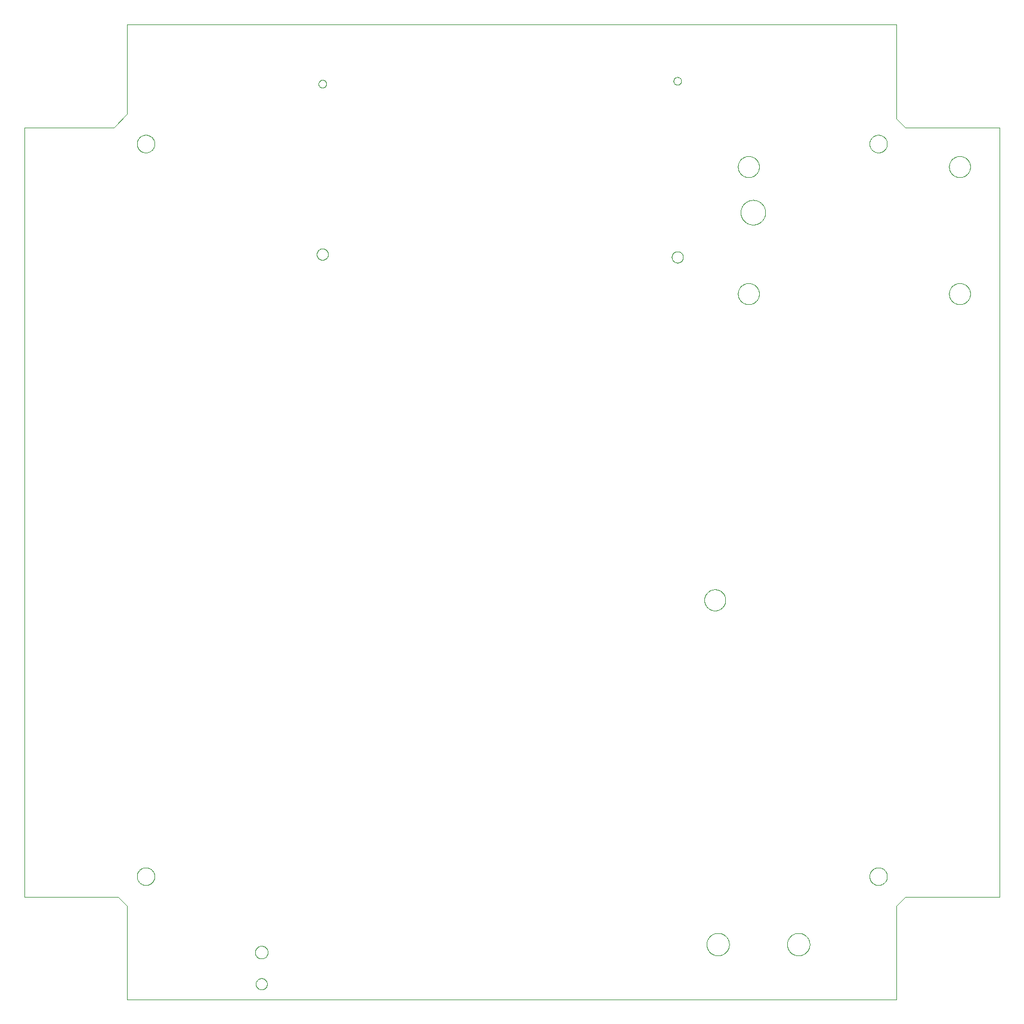
<source format=gbp>
G04 EAGLE Gerber RS-274X export*
G75*
%MOMM*%
%FSLAX34Y34*%
%LPD*%
%INBottom solder paste for stencil*%
%IPPOS*%
%AMOC8*
5,1,8,0,0,1.08239X$1,22.5*%
G01*
%ADD10C,0.000000*%


D10*
X158750Y0D02*
X1250950Y0D01*
X172500Y175000D02*
X172504Y175307D01*
X172515Y175613D01*
X172534Y175920D01*
X172560Y176225D01*
X172594Y176530D01*
X172635Y176834D01*
X172684Y177137D01*
X172740Y177439D01*
X172804Y177739D01*
X172875Y178037D01*
X172953Y178334D01*
X173038Y178629D01*
X173131Y178921D01*
X173231Y179211D01*
X173338Y179499D01*
X173452Y179784D01*
X173572Y180066D01*
X173700Y180344D01*
X173835Y180620D01*
X173976Y180892D01*
X174124Y181161D01*
X174278Y181426D01*
X174439Y181687D01*
X174607Y181945D01*
X174780Y182198D01*
X174960Y182446D01*
X175146Y182690D01*
X175337Y182930D01*
X175535Y183165D01*
X175738Y183394D01*
X175947Y183619D01*
X176161Y183839D01*
X176381Y184053D01*
X176606Y184262D01*
X176835Y184465D01*
X177070Y184663D01*
X177310Y184854D01*
X177554Y185040D01*
X177802Y185220D01*
X178055Y185393D01*
X178313Y185561D01*
X178574Y185722D01*
X178839Y185876D01*
X179108Y186024D01*
X179380Y186165D01*
X179656Y186300D01*
X179934Y186428D01*
X180216Y186548D01*
X180501Y186662D01*
X180789Y186769D01*
X181079Y186869D01*
X181371Y186962D01*
X181666Y187047D01*
X181963Y187125D01*
X182261Y187196D01*
X182561Y187260D01*
X182863Y187316D01*
X183166Y187365D01*
X183470Y187406D01*
X183775Y187440D01*
X184080Y187466D01*
X184387Y187485D01*
X184693Y187496D01*
X185000Y187500D01*
X185307Y187496D01*
X185613Y187485D01*
X185920Y187466D01*
X186225Y187440D01*
X186530Y187406D01*
X186834Y187365D01*
X187137Y187316D01*
X187439Y187260D01*
X187739Y187196D01*
X188037Y187125D01*
X188334Y187047D01*
X188629Y186962D01*
X188921Y186869D01*
X189211Y186769D01*
X189499Y186662D01*
X189784Y186548D01*
X190066Y186428D01*
X190344Y186300D01*
X190620Y186165D01*
X190892Y186024D01*
X191161Y185876D01*
X191426Y185722D01*
X191687Y185561D01*
X191945Y185393D01*
X192198Y185220D01*
X192446Y185040D01*
X192690Y184854D01*
X192930Y184663D01*
X193165Y184465D01*
X193394Y184262D01*
X193619Y184053D01*
X193839Y183839D01*
X194053Y183619D01*
X194262Y183394D01*
X194465Y183165D01*
X194663Y182930D01*
X194854Y182690D01*
X195040Y182446D01*
X195220Y182198D01*
X195393Y181945D01*
X195561Y181687D01*
X195722Y181426D01*
X195876Y181161D01*
X196024Y180892D01*
X196165Y180620D01*
X196300Y180344D01*
X196428Y180066D01*
X196548Y179784D01*
X196662Y179499D01*
X196769Y179211D01*
X196869Y178921D01*
X196962Y178629D01*
X197047Y178334D01*
X197125Y178037D01*
X197196Y177739D01*
X197260Y177439D01*
X197316Y177137D01*
X197365Y176834D01*
X197406Y176530D01*
X197440Y176225D01*
X197466Y175920D01*
X197485Y175613D01*
X197496Y175307D01*
X197500Y175000D01*
X197496Y174693D01*
X197485Y174387D01*
X197466Y174080D01*
X197440Y173775D01*
X197406Y173470D01*
X197365Y173166D01*
X197316Y172863D01*
X197260Y172561D01*
X197196Y172261D01*
X197125Y171963D01*
X197047Y171666D01*
X196962Y171371D01*
X196869Y171079D01*
X196769Y170789D01*
X196662Y170501D01*
X196548Y170216D01*
X196428Y169934D01*
X196300Y169656D01*
X196165Y169380D01*
X196024Y169108D01*
X195876Y168839D01*
X195722Y168574D01*
X195561Y168313D01*
X195393Y168055D01*
X195220Y167802D01*
X195040Y167554D01*
X194854Y167310D01*
X194663Y167070D01*
X194465Y166835D01*
X194262Y166606D01*
X194053Y166381D01*
X193839Y166161D01*
X193619Y165947D01*
X193394Y165738D01*
X193165Y165535D01*
X192930Y165337D01*
X192690Y165146D01*
X192446Y164960D01*
X192198Y164780D01*
X191945Y164607D01*
X191687Y164439D01*
X191426Y164278D01*
X191161Y164124D01*
X190892Y163976D01*
X190620Y163835D01*
X190344Y163700D01*
X190066Y163572D01*
X189784Y163452D01*
X189499Y163338D01*
X189211Y163231D01*
X188921Y163131D01*
X188629Y163038D01*
X188334Y162953D01*
X188037Y162875D01*
X187739Y162804D01*
X187439Y162740D01*
X187137Y162684D01*
X186834Y162635D01*
X186530Y162594D01*
X186225Y162560D01*
X185920Y162534D01*
X185613Y162515D01*
X185307Y162504D01*
X185000Y162500D01*
X184693Y162504D01*
X184387Y162515D01*
X184080Y162534D01*
X183775Y162560D01*
X183470Y162594D01*
X183166Y162635D01*
X182863Y162684D01*
X182561Y162740D01*
X182261Y162804D01*
X181963Y162875D01*
X181666Y162953D01*
X181371Y163038D01*
X181079Y163131D01*
X180789Y163231D01*
X180501Y163338D01*
X180216Y163452D01*
X179934Y163572D01*
X179656Y163700D01*
X179380Y163835D01*
X179108Y163976D01*
X178839Y164124D01*
X178574Y164278D01*
X178313Y164439D01*
X178055Y164607D01*
X177802Y164780D01*
X177554Y164960D01*
X177310Y165146D01*
X177070Y165337D01*
X176835Y165535D01*
X176606Y165738D01*
X176381Y165947D01*
X176161Y166161D01*
X175947Y166381D01*
X175738Y166606D01*
X175535Y166835D01*
X175337Y167070D01*
X175146Y167310D01*
X174960Y167554D01*
X174780Y167802D01*
X174607Y168055D01*
X174439Y168313D01*
X174278Y168574D01*
X174124Y168839D01*
X173976Y169108D01*
X173835Y169380D01*
X173700Y169656D01*
X173572Y169934D01*
X173452Y170216D01*
X173338Y170501D01*
X173231Y170789D01*
X173131Y171079D01*
X173038Y171371D01*
X172953Y171666D01*
X172875Y171963D01*
X172804Y172261D01*
X172740Y172561D01*
X172684Y172863D01*
X172635Y173166D01*
X172594Y173470D01*
X172560Y173775D01*
X172534Y174080D01*
X172515Y174387D01*
X172504Y174693D01*
X172500Y175000D01*
X172500Y1215000D02*
X172504Y1215307D01*
X172515Y1215613D01*
X172534Y1215920D01*
X172560Y1216225D01*
X172594Y1216530D01*
X172635Y1216834D01*
X172684Y1217137D01*
X172740Y1217439D01*
X172804Y1217739D01*
X172875Y1218037D01*
X172953Y1218334D01*
X173038Y1218629D01*
X173131Y1218921D01*
X173231Y1219211D01*
X173338Y1219499D01*
X173452Y1219784D01*
X173572Y1220066D01*
X173700Y1220344D01*
X173835Y1220620D01*
X173976Y1220892D01*
X174124Y1221161D01*
X174278Y1221426D01*
X174439Y1221687D01*
X174607Y1221945D01*
X174780Y1222198D01*
X174960Y1222446D01*
X175146Y1222690D01*
X175337Y1222930D01*
X175535Y1223165D01*
X175738Y1223394D01*
X175947Y1223619D01*
X176161Y1223839D01*
X176381Y1224053D01*
X176606Y1224262D01*
X176835Y1224465D01*
X177070Y1224663D01*
X177310Y1224854D01*
X177554Y1225040D01*
X177802Y1225220D01*
X178055Y1225393D01*
X178313Y1225561D01*
X178574Y1225722D01*
X178839Y1225876D01*
X179108Y1226024D01*
X179380Y1226165D01*
X179656Y1226300D01*
X179934Y1226428D01*
X180216Y1226548D01*
X180501Y1226662D01*
X180789Y1226769D01*
X181079Y1226869D01*
X181371Y1226962D01*
X181666Y1227047D01*
X181963Y1227125D01*
X182261Y1227196D01*
X182561Y1227260D01*
X182863Y1227316D01*
X183166Y1227365D01*
X183470Y1227406D01*
X183775Y1227440D01*
X184080Y1227466D01*
X184387Y1227485D01*
X184693Y1227496D01*
X185000Y1227500D01*
X185307Y1227496D01*
X185613Y1227485D01*
X185920Y1227466D01*
X186225Y1227440D01*
X186530Y1227406D01*
X186834Y1227365D01*
X187137Y1227316D01*
X187439Y1227260D01*
X187739Y1227196D01*
X188037Y1227125D01*
X188334Y1227047D01*
X188629Y1226962D01*
X188921Y1226869D01*
X189211Y1226769D01*
X189499Y1226662D01*
X189784Y1226548D01*
X190066Y1226428D01*
X190344Y1226300D01*
X190620Y1226165D01*
X190892Y1226024D01*
X191161Y1225876D01*
X191426Y1225722D01*
X191687Y1225561D01*
X191945Y1225393D01*
X192198Y1225220D01*
X192446Y1225040D01*
X192690Y1224854D01*
X192930Y1224663D01*
X193165Y1224465D01*
X193394Y1224262D01*
X193619Y1224053D01*
X193839Y1223839D01*
X194053Y1223619D01*
X194262Y1223394D01*
X194465Y1223165D01*
X194663Y1222930D01*
X194854Y1222690D01*
X195040Y1222446D01*
X195220Y1222198D01*
X195393Y1221945D01*
X195561Y1221687D01*
X195722Y1221426D01*
X195876Y1221161D01*
X196024Y1220892D01*
X196165Y1220620D01*
X196300Y1220344D01*
X196428Y1220066D01*
X196548Y1219784D01*
X196662Y1219499D01*
X196769Y1219211D01*
X196869Y1218921D01*
X196962Y1218629D01*
X197047Y1218334D01*
X197125Y1218037D01*
X197196Y1217739D01*
X197260Y1217439D01*
X197316Y1217137D01*
X197365Y1216834D01*
X197406Y1216530D01*
X197440Y1216225D01*
X197466Y1215920D01*
X197485Y1215613D01*
X197496Y1215307D01*
X197500Y1215000D01*
X197496Y1214693D01*
X197485Y1214387D01*
X197466Y1214080D01*
X197440Y1213775D01*
X197406Y1213470D01*
X197365Y1213166D01*
X197316Y1212863D01*
X197260Y1212561D01*
X197196Y1212261D01*
X197125Y1211963D01*
X197047Y1211666D01*
X196962Y1211371D01*
X196869Y1211079D01*
X196769Y1210789D01*
X196662Y1210501D01*
X196548Y1210216D01*
X196428Y1209934D01*
X196300Y1209656D01*
X196165Y1209380D01*
X196024Y1209108D01*
X195876Y1208839D01*
X195722Y1208574D01*
X195561Y1208313D01*
X195393Y1208055D01*
X195220Y1207802D01*
X195040Y1207554D01*
X194854Y1207310D01*
X194663Y1207070D01*
X194465Y1206835D01*
X194262Y1206606D01*
X194053Y1206381D01*
X193839Y1206161D01*
X193619Y1205947D01*
X193394Y1205738D01*
X193165Y1205535D01*
X192930Y1205337D01*
X192690Y1205146D01*
X192446Y1204960D01*
X192198Y1204780D01*
X191945Y1204607D01*
X191687Y1204439D01*
X191426Y1204278D01*
X191161Y1204124D01*
X190892Y1203976D01*
X190620Y1203835D01*
X190344Y1203700D01*
X190066Y1203572D01*
X189784Y1203452D01*
X189499Y1203338D01*
X189211Y1203231D01*
X188921Y1203131D01*
X188629Y1203038D01*
X188334Y1202953D01*
X188037Y1202875D01*
X187739Y1202804D01*
X187439Y1202740D01*
X187137Y1202684D01*
X186834Y1202635D01*
X186530Y1202594D01*
X186225Y1202560D01*
X185920Y1202534D01*
X185613Y1202515D01*
X185307Y1202504D01*
X185000Y1202500D01*
X184693Y1202504D01*
X184387Y1202515D01*
X184080Y1202534D01*
X183775Y1202560D01*
X183470Y1202594D01*
X183166Y1202635D01*
X182863Y1202684D01*
X182561Y1202740D01*
X182261Y1202804D01*
X181963Y1202875D01*
X181666Y1202953D01*
X181371Y1203038D01*
X181079Y1203131D01*
X180789Y1203231D01*
X180501Y1203338D01*
X180216Y1203452D01*
X179934Y1203572D01*
X179656Y1203700D01*
X179380Y1203835D01*
X179108Y1203976D01*
X178839Y1204124D01*
X178574Y1204278D01*
X178313Y1204439D01*
X178055Y1204607D01*
X177802Y1204780D01*
X177554Y1204960D01*
X177310Y1205146D01*
X177070Y1205337D01*
X176835Y1205535D01*
X176606Y1205738D01*
X176381Y1205947D01*
X176161Y1206161D01*
X175947Y1206381D01*
X175738Y1206606D01*
X175535Y1206835D01*
X175337Y1207070D01*
X175146Y1207310D01*
X174960Y1207554D01*
X174780Y1207802D01*
X174607Y1208055D01*
X174439Y1208313D01*
X174278Y1208574D01*
X174124Y1208839D01*
X173976Y1209108D01*
X173835Y1209380D01*
X173700Y1209656D01*
X173572Y1209934D01*
X173452Y1210216D01*
X173338Y1210501D01*
X173231Y1210789D01*
X173131Y1211079D01*
X173038Y1211371D01*
X172953Y1211666D01*
X172875Y1211963D01*
X172804Y1212261D01*
X172740Y1212561D01*
X172684Y1212863D01*
X172635Y1213166D01*
X172594Y1213470D01*
X172560Y1213775D01*
X172534Y1214080D01*
X172515Y1214387D01*
X172504Y1214693D01*
X172500Y1215000D01*
X1212500Y1215000D02*
X1212504Y1215307D01*
X1212515Y1215613D01*
X1212534Y1215920D01*
X1212560Y1216225D01*
X1212594Y1216530D01*
X1212635Y1216834D01*
X1212684Y1217137D01*
X1212740Y1217439D01*
X1212804Y1217739D01*
X1212875Y1218037D01*
X1212953Y1218334D01*
X1213038Y1218629D01*
X1213131Y1218921D01*
X1213231Y1219211D01*
X1213338Y1219499D01*
X1213452Y1219784D01*
X1213572Y1220066D01*
X1213700Y1220344D01*
X1213835Y1220620D01*
X1213976Y1220892D01*
X1214124Y1221161D01*
X1214278Y1221426D01*
X1214439Y1221687D01*
X1214607Y1221945D01*
X1214780Y1222198D01*
X1214960Y1222446D01*
X1215146Y1222690D01*
X1215337Y1222930D01*
X1215535Y1223165D01*
X1215738Y1223394D01*
X1215947Y1223619D01*
X1216161Y1223839D01*
X1216381Y1224053D01*
X1216606Y1224262D01*
X1216835Y1224465D01*
X1217070Y1224663D01*
X1217310Y1224854D01*
X1217554Y1225040D01*
X1217802Y1225220D01*
X1218055Y1225393D01*
X1218313Y1225561D01*
X1218574Y1225722D01*
X1218839Y1225876D01*
X1219108Y1226024D01*
X1219380Y1226165D01*
X1219656Y1226300D01*
X1219934Y1226428D01*
X1220216Y1226548D01*
X1220501Y1226662D01*
X1220789Y1226769D01*
X1221079Y1226869D01*
X1221371Y1226962D01*
X1221666Y1227047D01*
X1221963Y1227125D01*
X1222261Y1227196D01*
X1222561Y1227260D01*
X1222863Y1227316D01*
X1223166Y1227365D01*
X1223470Y1227406D01*
X1223775Y1227440D01*
X1224080Y1227466D01*
X1224387Y1227485D01*
X1224693Y1227496D01*
X1225000Y1227500D01*
X1225307Y1227496D01*
X1225613Y1227485D01*
X1225920Y1227466D01*
X1226225Y1227440D01*
X1226530Y1227406D01*
X1226834Y1227365D01*
X1227137Y1227316D01*
X1227439Y1227260D01*
X1227739Y1227196D01*
X1228037Y1227125D01*
X1228334Y1227047D01*
X1228629Y1226962D01*
X1228921Y1226869D01*
X1229211Y1226769D01*
X1229499Y1226662D01*
X1229784Y1226548D01*
X1230066Y1226428D01*
X1230344Y1226300D01*
X1230620Y1226165D01*
X1230892Y1226024D01*
X1231161Y1225876D01*
X1231426Y1225722D01*
X1231687Y1225561D01*
X1231945Y1225393D01*
X1232198Y1225220D01*
X1232446Y1225040D01*
X1232690Y1224854D01*
X1232930Y1224663D01*
X1233165Y1224465D01*
X1233394Y1224262D01*
X1233619Y1224053D01*
X1233839Y1223839D01*
X1234053Y1223619D01*
X1234262Y1223394D01*
X1234465Y1223165D01*
X1234663Y1222930D01*
X1234854Y1222690D01*
X1235040Y1222446D01*
X1235220Y1222198D01*
X1235393Y1221945D01*
X1235561Y1221687D01*
X1235722Y1221426D01*
X1235876Y1221161D01*
X1236024Y1220892D01*
X1236165Y1220620D01*
X1236300Y1220344D01*
X1236428Y1220066D01*
X1236548Y1219784D01*
X1236662Y1219499D01*
X1236769Y1219211D01*
X1236869Y1218921D01*
X1236962Y1218629D01*
X1237047Y1218334D01*
X1237125Y1218037D01*
X1237196Y1217739D01*
X1237260Y1217439D01*
X1237316Y1217137D01*
X1237365Y1216834D01*
X1237406Y1216530D01*
X1237440Y1216225D01*
X1237466Y1215920D01*
X1237485Y1215613D01*
X1237496Y1215307D01*
X1237500Y1215000D01*
X1237496Y1214693D01*
X1237485Y1214387D01*
X1237466Y1214080D01*
X1237440Y1213775D01*
X1237406Y1213470D01*
X1237365Y1213166D01*
X1237316Y1212863D01*
X1237260Y1212561D01*
X1237196Y1212261D01*
X1237125Y1211963D01*
X1237047Y1211666D01*
X1236962Y1211371D01*
X1236869Y1211079D01*
X1236769Y1210789D01*
X1236662Y1210501D01*
X1236548Y1210216D01*
X1236428Y1209934D01*
X1236300Y1209656D01*
X1236165Y1209380D01*
X1236024Y1209108D01*
X1235876Y1208839D01*
X1235722Y1208574D01*
X1235561Y1208313D01*
X1235393Y1208055D01*
X1235220Y1207802D01*
X1235040Y1207554D01*
X1234854Y1207310D01*
X1234663Y1207070D01*
X1234465Y1206835D01*
X1234262Y1206606D01*
X1234053Y1206381D01*
X1233839Y1206161D01*
X1233619Y1205947D01*
X1233394Y1205738D01*
X1233165Y1205535D01*
X1232930Y1205337D01*
X1232690Y1205146D01*
X1232446Y1204960D01*
X1232198Y1204780D01*
X1231945Y1204607D01*
X1231687Y1204439D01*
X1231426Y1204278D01*
X1231161Y1204124D01*
X1230892Y1203976D01*
X1230620Y1203835D01*
X1230344Y1203700D01*
X1230066Y1203572D01*
X1229784Y1203452D01*
X1229499Y1203338D01*
X1229211Y1203231D01*
X1228921Y1203131D01*
X1228629Y1203038D01*
X1228334Y1202953D01*
X1228037Y1202875D01*
X1227739Y1202804D01*
X1227439Y1202740D01*
X1227137Y1202684D01*
X1226834Y1202635D01*
X1226530Y1202594D01*
X1226225Y1202560D01*
X1225920Y1202534D01*
X1225613Y1202515D01*
X1225307Y1202504D01*
X1225000Y1202500D01*
X1224693Y1202504D01*
X1224387Y1202515D01*
X1224080Y1202534D01*
X1223775Y1202560D01*
X1223470Y1202594D01*
X1223166Y1202635D01*
X1222863Y1202684D01*
X1222561Y1202740D01*
X1222261Y1202804D01*
X1221963Y1202875D01*
X1221666Y1202953D01*
X1221371Y1203038D01*
X1221079Y1203131D01*
X1220789Y1203231D01*
X1220501Y1203338D01*
X1220216Y1203452D01*
X1219934Y1203572D01*
X1219656Y1203700D01*
X1219380Y1203835D01*
X1219108Y1203976D01*
X1218839Y1204124D01*
X1218574Y1204278D01*
X1218313Y1204439D01*
X1218055Y1204607D01*
X1217802Y1204780D01*
X1217554Y1204960D01*
X1217310Y1205146D01*
X1217070Y1205337D01*
X1216835Y1205535D01*
X1216606Y1205738D01*
X1216381Y1205947D01*
X1216161Y1206161D01*
X1215947Y1206381D01*
X1215738Y1206606D01*
X1215535Y1206835D01*
X1215337Y1207070D01*
X1215146Y1207310D01*
X1214960Y1207554D01*
X1214780Y1207802D01*
X1214607Y1208055D01*
X1214439Y1208313D01*
X1214278Y1208574D01*
X1214124Y1208839D01*
X1213976Y1209108D01*
X1213835Y1209380D01*
X1213700Y1209656D01*
X1213572Y1209934D01*
X1213452Y1210216D01*
X1213338Y1210501D01*
X1213231Y1210789D01*
X1213131Y1211079D01*
X1213038Y1211371D01*
X1212953Y1211666D01*
X1212875Y1211963D01*
X1212804Y1212261D01*
X1212740Y1212561D01*
X1212684Y1212863D01*
X1212635Y1213166D01*
X1212594Y1213470D01*
X1212560Y1213775D01*
X1212534Y1214080D01*
X1212515Y1214387D01*
X1212504Y1214693D01*
X1212500Y1215000D01*
X1212500Y175000D02*
X1212504Y175307D01*
X1212515Y175613D01*
X1212534Y175920D01*
X1212560Y176225D01*
X1212594Y176530D01*
X1212635Y176834D01*
X1212684Y177137D01*
X1212740Y177439D01*
X1212804Y177739D01*
X1212875Y178037D01*
X1212953Y178334D01*
X1213038Y178629D01*
X1213131Y178921D01*
X1213231Y179211D01*
X1213338Y179499D01*
X1213452Y179784D01*
X1213572Y180066D01*
X1213700Y180344D01*
X1213835Y180620D01*
X1213976Y180892D01*
X1214124Y181161D01*
X1214278Y181426D01*
X1214439Y181687D01*
X1214607Y181945D01*
X1214780Y182198D01*
X1214960Y182446D01*
X1215146Y182690D01*
X1215337Y182930D01*
X1215535Y183165D01*
X1215738Y183394D01*
X1215947Y183619D01*
X1216161Y183839D01*
X1216381Y184053D01*
X1216606Y184262D01*
X1216835Y184465D01*
X1217070Y184663D01*
X1217310Y184854D01*
X1217554Y185040D01*
X1217802Y185220D01*
X1218055Y185393D01*
X1218313Y185561D01*
X1218574Y185722D01*
X1218839Y185876D01*
X1219108Y186024D01*
X1219380Y186165D01*
X1219656Y186300D01*
X1219934Y186428D01*
X1220216Y186548D01*
X1220501Y186662D01*
X1220789Y186769D01*
X1221079Y186869D01*
X1221371Y186962D01*
X1221666Y187047D01*
X1221963Y187125D01*
X1222261Y187196D01*
X1222561Y187260D01*
X1222863Y187316D01*
X1223166Y187365D01*
X1223470Y187406D01*
X1223775Y187440D01*
X1224080Y187466D01*
X1224387Y187485D01*
X1224693Y187496D01*
X1225000Y187500D01*
X1225307Y187496D01*
X1225613Y187485D01*
X1225920Y187466D01*
X1226225Y187440D01*
X1226530Y187406D01*
X1226834Y187365D01*
X1227137Y187316D01*
X1227439Y187260D01*
X1227739Y187196D01*
X1228037Y187125D01*
X1228334Y187047D01*
X1228629Y186962D01*
X1228921Y186869D01*
X1229211Y186769D01*
X1229499Y186662D01*
X1229784Y186548D01*
X1230066Y186428D01*
X1230344Y186300D01*
X1230620Y186165D01*
X1230892Y186024D01*
X1231161Y185876D01*
X1231426Y185722D01*
X1231687Y185561D01*
X1231945Y185393D01*
X1232198Y185220D01*
X1232446Y185040D01*
X1232690Y184854D01*
X1232930Y184663D01*
X1233165Y184465D01*
X1233394Y184262D01*
X1233619Y184053D01*
X1233839Y183839D01*
X1234053Y183619D01*
X1234262Y183394D01*
X1234465Y183165D01*
X1234663Y182930D01*
X1234854Y182690D01*
X1235040Y182446D01*
X1235220Y182198D01*
X1235393Y181945D01*
X1235561Y181687D01*
X1235722Y181426D01*
X1235876Y181161D01*
X1236024Y180892D01*
X1236165Y180620D01*
X1236300Y180344D01*
X1236428Y180066D01*
X1236548Y179784D01*
X1236662Y179499D01*
X1236769Y179211D01*
X1236869Y178921D01*
X1236962Y178629D01*
X1237047Y178334D01*
X1237125Y178037D01*
X1237196Y177739D01*
X1237260Y177439D01*
X1237316Y177137D01*
X1237365Y176834D01*
X1237406Y176530D01*
X1237440Y176225D01*
X1237466Y175920D01*
X1237485Y175613D01*
X1237496Y175307D01*
X1237500Y175000D01*
X1237496Y174693D01*
X1237485Y174387D01*
X1237466Y174080D01*
X1237440Y173775D01*
X1237406Y173470D01*
X1237365Y173166D01*
X1237316Y172863D01*
X1237260Y172561D01*
X1237196Y172261D01*
X1237125Y171963D01*
X1237047Y171666D01*
X1236962Y171371D01*
X1236869Y171079D01*
X1236769Y170789D01*
X1236662Y170501D01*
X1236548Y170216D01*
X1236428Y169934D01*
X1236300Y169656D01*
X1236165Y169380D01*
X1236024Y169108D01*
X1235876Y168839D01*
X1235722Y168574D01*
X1235561Y168313D01*
X1235393Y168055D01*
X1235220Y167802D01*
X1235040Y167554D01*
X1234854Y167310D01*
X1234663Y167070D01*
X1234465Y166835D01*
X1234262Y166606D01*
X1234053Y166381D01*
X1233839Y166161D01*
X1233619Y165947D01*
X1233394Y165738D01*
X1233165Y165535D01*
X1232930Y165337D01*
X1232690Y165146D01*
X1232446Y164960D01*
X1232198Y164780D01*
X1231945Y164607D01*
X1231687Y164439D01*
X1231426Y164278D01*
X1231161Y164124D01*
X1230892Y163976D01*
X1230620Y163835D01*
X1230344Y163700D01*
X1230066Y163572D01*
X1229784Y163452D01*
X1229499Y163338D01*
X1229211Y163231D01*
X1228921Y163131D01*
X1228629Y163038D01*
X1228334Y162953D01*
X1228037Y162875D01*
X1227739Y162804D01*
X1227439Y162740D01*
X1227137Y162684D01*
X1226834Y162635D01*
X1226530Y162594D01*
X1226225Y162560D01*
X1225920Y162534D01*
X1225613Y162515D01*
X1225307Y162504D01*
X1225000Y162500D01*
X1224693Y162504D01*
X1224387Y162515D01*
X1224080Y162534D01*
X1223775Y162560D01*
X1223470Y162594D01*
X1223166Y162635D01*
X1222863Y162684D01*
X1222561Y162740D01*
X1222261Y162804D01*
X1221963Y162875D01*
X1221666Y162953D01*
X1221371Y163038D01*
X1221079Y163131D01*
X1220789Y163231D01*
X1220501Y163338D01*
X1220216Y163452D01*
X1219934Y163572D01*
X1219656Y163700D01*
X1219380Y163835D01*
X1219108Y163976D01*
X1218839Y164124D01*
X1218574Y164278D01*
X1218313Y164439D01*
X1218055Y164607D01*
X1217802Y164780D01*
X1217554Y164960D01*
X1217310Y165146D01*
X1217070Y165337D01*
X1216835Y165535D01*
X1216606Y165738D01*
X1216381Y165947D01*
X1216161Y166161D01*
X1215947Y166381D01*
X1215738Y166606D01*
X1215535Y166835D01*
X1215337Y167070D01*
X1215146Y167310D01*
X1214960Y167554D01*
X1214780Y167802D01*
X1214607Y168055D01*
X1214439Y168313D01*
X1214278Y168574D01*
X1214124Y168839D01*
X1213976Y169108D01*
X1213835Y169380D01*
X1213700Y169656D01*
X1213572Y169934D01*
X1213452Y170216D01*
X1213338Y170501D01*
X1213231Y170789D01*
X1213131Y171079D01*
X1213038Y171371D01*
X1212953Y171666D01*
X1212875Y171963D01*
X1212804Y172261D01*
X1212740Y172561D01*
X1212684Y172863D01*
X1212635Y173166D01*
X1212594Y173470D01*
X1212560Y173775D01*
X1212534Y174080D01*
X1212515Y174387D01*
X1212504Y174693D01*
X1212500Y175000D01*
X1263650Y1238250D02*
X1397000Y1238250D01*
X1263650Y1238250D02*
X1250950Y1250950D01*
X1250950Y1384300D01*
X158750Y1384300D01*
X158750Y1257300D01*
X139700Y1238250D01*
X12700Y1238250D01*
X1397000Y1238250D02*
X1397000Y146050D01*
X1263650Y146050D01*
X1250950Y133350D01*
X1250950Y0D01*
X12700Y146050D02*
X12700Y1238250D01*
X12700Y146050D02*
X146050Y146050D01*
X158750Y133350D02*
X158750Y0D01*
X158750Y133350D02*
X146050Y146050D01*
X978050Y567300D02*
X978055Y567668D01*
X978068Y568036D01*
X978091Y568403D01*
X978122Y568770D01*
X978163Y569136D01*
X978212Y569501D01*
X978271Y569864D01*
X978338Y570226D01*
X978414Y570587D01*
X978500Y570945D01*
X978593Y571301D01*
X978696Y571654D01*
X978807Y572005D01*
X978927Y572353D01*
X979055Y572698D01*
X979192Y573040D01*
X979337Y573379D01*
X979490Y573713D01*
X979652Y574044D01*
X979821Y574371D01*
X979999Y574693D01*
X980184Y575012D01*
X980377Y575325D01*
X980578Y575634D01*
X980786Y575937D01*
X981002Y576235D01*
X981225Y576528D01*
X981455Y576816D01*
X981692Y577098D01*
X981936Y577373D01*
X982186Y577643D01*
X982443Y577907D01*
X982707Y578164D01*
X982977Y578414D01*
X983252Y578658D01*
X983534Y578895D01*
X983822Y579125D01*
X984115Y579348D01*
X984413Y579564D01*
X984716Y579772D01*
X985025Y579973D01*
X985338Y580166D01*
X985657Y580351D01*
X985979Y580529D01*
X986306Y580698D01*
X986637Y580860D01*
X986971Y581013D01*
X987310Y581158D01*
X987652Y581295D01*
X987997Y581423D01*
X988345Y581543D01*
X988696Y581654D01*
X989049Y581757D01*
X989405Y581850D01*
X989763Y581936D01*
X990124Y582012D01*
X990486Y582079D01*
X990849Y582138D01*
X991214Y582187D01*
X991580Y582228D01*
X991947Y582259D01*
X992314Y582282D01*
X992682Y582295D01*
X993050Y582300D01*
X993418Y582295D01*
X993786Y582282D01*
X994153Y582259D01*
X994520Y582228D01*
X994886Y582187D01*
X995251Y582138D01*
X995614Y582079D01*
X995976Y582012D01*
X996337Y581936D01*
X996695Y581850D01*
X997051Y581757D01*
X997404Y581654D01*
X997755Y581543D01*
X998103Y581423D01*
X998448Y581295D01*
X998790Y581158D01*
X999129Y581013D01*
X999463Y580860D01*
X999794Y580698D01*
X1000121Y580529D01*
X1000443Y580351D01*
X1000762Y580166D01*
X1001075Y579973D01*
X1001384Y579772D01*
X1001687Y579564D01*
X1001985Y579348D01*
X1002278Y579125D01*
X1002566Y578895D01*
X1002848Y578658D01*
X1003123Y578414D01*
X1003393Y578164D01*
X1003657Y577907D01*
X1003914Y577643D01*
X1004164Y577373D01*
X1004408Y577098D01*
X1004645Y576816D01*
X1004875Y576528D01*
X1005098Y576235D01*
X1005314Y575937D01*
X1005522Y575634D01*
X1005723Y575325D01*
X1005916Y575012D01*
X1006101Y574693D01*
X1006279Y574371D01*
X1006448Y574044D01*
X1006610Y573713D01*
X1006763Y573379D01*
X1006908Y573040D01*
X1007045Y572698D01*
X1007173Y572353D01*
X1007293Y572005D01*
X1007404Y571654D01*
X1007507Y571301D01*
X1007600Y570945D01*
X1007686Y570587D01*
X1007762Y570226D01*
X1007829Y569864D01*
X1007888Y569501D01*
X1007937Y569136D01*
X1007978Y568770D01*
X1008009Y568403D01*
X1008032Y568036D01*
X1008045Y567668D01*
X1008050Y567300D01*
X1008045Y566932D01*
X1008032Y566564D01*
X1008009Y566197D01*
X1007978Y565830D01*
X1007937Y565464D01*
X1007888Y565099D01*
X1007829Y564736D01*
X1007762Y564374D01*
X1007686Y564013D01*
X1007600Y563655D01*
X1007507Y563299D01*
X1007404Y562946D01*
X1007293Y562595D01*
X1007173Y562247D01*
X1007045Y561902D01*
X1006908Y561560D01*
X1006763Y561221D01*
X1006610Y560887D01*
X1006448Y560556D01*
X1006279Y560229D01*
X1006101Y559907D01*
X1005916Y559588D01*
X1005723Y559275D01*
X1005522Y558966D01*
X1005314Y558663D01*
X1005098Y558365D01*
X1004875Y558072D01*
X1004645Y557784D01*
X1004408Y557502D01*
X1004164Y557227D01*
X1003914Y556957D01*
X1003657Y556693D01*
X1003393Y556436D01*
X1003123Y556186D01*
X1002848Y555942D01*
X1002566Y555705D01*
X1002278Y555475D01*
X1001985Y555252D01*
X1001687Y555036D01*
X1001384Y554828D01*
X1001075Y554627D01*
X1000762Y554434D01*
X1000443Y554249D01*
X1000121Y554071D01*
X999794Y553902D01*
X999463Y553740D01*
X999129Y553587D01*
X998790Y553442D01*
X998448Y553305D01*
X998103Y553177D01*
X997755Y553057D01*
X997404Y552946D01*
X997051Y552843D01*
X996695Y552750D01*
X996337Y552664D01*
X995976Y552588D01*
X995614Y552521D01*
X995251Y552462D01*
X994886Y552413D01*
X994520Y552372D01*
X994153Y552341D01*
X993786Y552318D01*
X993418Y552305D01*
X993050Y552300D01*
X992682Y552305D01*
X992314Y552318D01*
X991947Y552341D01*
X991580Y552372D01*
X991214Y552413D01*
X990849Y552462D01*
X990486Y552521D01*
X990124Y552588D01*
X989763Y552664D01*
X989405Y552750D01*
X989049Y552843D01*
X988696Y552946D01*
X988345Y553057D01*
X987997Y553177D01*
X987652Y553305D01*
X987310Y553442D01*
X986971Y553587D01*
X986637Y553740D01*
X986306Y553902D01*
X985979Y554071D01*
X985657Y554249D01*
X985338Y554434D01*
X985025Y554627D01*
X984716Y554828D01*
X984413Y555036D01*
X984115Y555252D01*
X983822Y555475D01*
X983534Y555705D01*
X983252Y555942D01*
X982977Y556186D01*
X982707Y556436D01*
X982443Y556693D01*
X982186Y556957D01*
X981936Y557227D01*
X981692Y557502D01*
X981455Y557784D01*
X981225Y558072D01*
X981002Y558365D01*
X980786Y558663D01*
X980578Y558966D01*
X980377Y559275D01*
X980184Y559588D01*
X979999Y559907D01*
X979821Y560229D01*
X979652Y560556D01*
X979490Y560887D01*
X979337Y561221D01*
X979192Y561560D01*
X979055Y561902D01*
X978927Y562247D01*
X978807Y562595D01*
X978696Y562946D01*
X978593Y563299D01*
X978500Y563655D01*
X978414Y564013D01*
X978338Y564374D01*
X978271Y564736D01*
X978212Y565099D01*
X978163Y565464D01*
X978122Y565830D01*
X978091Y566197D01*
X978068Y566564D01*
X978055Y566932D01*
X978050Y567300D01*
X931800Y1054100D02*
X931802Y1054296D01*
X931810Y1054493D01*
X931822Y1054689D01*
X931839Y1054884D01*
X931860Y1055079D01*
X931887Y1055274D01*
X931918Y1055468D01*
X931954Y1055661D01*
X931994Y1055853D01*
X932040Y1056044D01*
X932090Y1056234D01*
X932144Y1056422D01*
X932204Y1056609D01*
X932268Y1056795D01*
X932336Y1056979D01*
X932409Y1057161D01*
X932486Y1057342D01*
X932568Y1057520D01*
X932654Y1057697D01*
X932745Y1057871D01*
X932839Y1058043D01*
X932938Y1058213D01*
X933041Y1058380D01*
X933148Y1058545D01*
X933259Y1058706D01*
X933374Y1058866D01*
X933493Y1059022D01*
X933616Y1059175D01*
X933742Y1059325D01*
X933872Y1059472D01*
X934006Y1059616D01*
X934143Y1059757D01*
X934284Y1059894D01*
X934428Y1060028D01*
X934575Y1060158D01*
X934725Y1060284D01*
X934878Y1060407D01*
X935034Y1060526D01*
X935194Y1060641D01*
X935355Y1060752D01*
X935520Y1060859D01*
X935687Y1060962D01*
X935857Y1061061D01*
X936029Y1061155D01*
X936203Y1061246D01*
X936380Y1061332D01*
X936558Y1061414D01*
X936739Y1061491D01*
X936921Y1061564D01*
X937105Y1061632D01*
X937291Y1061696D01*
X937478Y1061756D01*
X937666Y1061810D01*
X937856Y1061860D01*
X938047Y1061906D01*
X938239Y1061946D01*
X938432Y1061982D01*
X938626Y1062013D01*
X938821Y1062040D01*
X939016Y1062061D01*
X939211Y1062078D01*
X939407Y1062090D01*
X939604Y1062098D01*
X939800Y1062100D01*
X939996Y1062098D01*
X940193Y1062090D01*
X940389Y1062078D01*
X940584Y1062061D01*
X940779Y1062040D01*
X940974Y1062013D01*
X941168Y1061982D01*
X941361Y1061946D01*
X941553Y1061906D01*
X941744Y1061860D01*
X941934Y1061810D01*
X942122Y1061756D01*
X942309Y1061696D01*
X942495Y1061632D01*
X942679Y1061564D01*
X942861Y1061491D01*
X943042Y1061414D01*
X943220Y1061332D01*
X943397Y1061246D01*
X943571Y1061155D01*
X943743Y1061061D01*
X943913Y1060962D01*
X944080Y1060859D01*
X944245Y1060752D01*
X944406Y1060641D01*
X944566Y1060526D01*
X944722Y1060407D01*
X944875Y1060284D01*
X945025Y1060158D01*
X945172Y1060028D01*
X945316Y1059894D01*
X945457Y1059757D01*
X945594Y1059616D01*
X945728Y1059472D01*
X945858Y1059325D01*
X945984Y1059175D01*
X946107Y1059022D01*
X946226Y1058866D01*
X946341Y1058706D01*
X946452Y1058545D01*
X946559Y1058380D01*
X946662Y1058213D01*
X946761Y1058043D01*
X946855Y1057871D01*
X946946Y1057697D01*
X947032Y1057520D01*
X947114Y1057342D01*
X947191Y1057161D01*
X947264Y1056979D01*
X947332Y1056795D01*
X947396Y1056609D01*
X947456Y1056422D01*
X947510Y1056234D01*
X947560Y1056044D01*
X947606Y1055853D01*
X947646Y1055661D01*
X947682Y1055468D01*
X947713Y1055274D01*
X947740Y1055079D01*
X947761Y1054884D01*
X947778Y1054689D01*
X947790Y1054493D01*
X947798Y1054296D01*
X947800Y1054100D01*
X947798Y1053904D01*
X947790Y1053707D01*
X947778Y1053511D01*
X947761Y1053316D01*
X947740Y1053121D01*
X947713Y1052926D01*
X947682Y1052732D01*
X947646Y1052539D01*
X947606Y1052347D01*
X947560Y1052156D01*
X947510Y1051966D01*
X947456Y1051778D01*
X947396Y1051591D01*
X947332Y1051405D01*
X947264Y1051221D01*
X947191Y1051039D01*
X947114Y1050858D01*
X947032Y1050680D01*
X946946Y1050503D01*
X946855Y1050329D01*
X946761Y1050157D01*
X946662Y1049987D01*
X946559Y1049820D01*
X946452Y1049655D01*
X946341Y1049494D01*
X946226Y1049334D01*
X946107Y1049178D01*
X945984Y1049025D01*
X945858Y1048875D01*
X945728Y1048728D01*
X945594Y1048584D01*
X945457Y1048443D01*
X945316Y1048306D01*
X945172Y1048172D01*
X945025Y1048042D01*
X944875Y1047916D01*
X944722Y1047793D01*
X944566Y1047674D01*
X944406Y1047559D01*
X944245Y1047448D01*
X944080Y1047341D01*
X943913Y1047238D01*
X943743Y1047139D01*
X943571Y1047045D01*
X943397Y1046954D01*
X943220Y1046868D01*
X943042Y1046786D01*
X942861Y1046709D01*
X942679Y1046636D01*
X942495Y1046568D01*
X942309Y1046504D01*
X942122Y1046444D01*
X941934Y1046390D01*
X941744Y1046340D01*
X941553Y1046294D01*
X941361Y1046254D01*
X941168Y1046218D01*
X940974Y1046187D01*
X940779Y1046160D01*
X940584Y1046139D01*
X940389Y1046122D01*
X940193Y1046110D01*
X939996Y1046102D01*
X939800Y1046100D01*
X939604Y1046102D01*
X939407Y1046110D01*
X939211Y1046122D01*
X939016Y1046139D01*
X938821Y1046160D01*
X938626Y1046187D01*
X938432Y1046218D01*
X938239Y1046254D01*
X938047Y1046294D01*
X937856Y1046340D01*
X937666Y1046390D01*
X937478Y1046444D01*
X937291Y1046504D01*
X937105Y1046568D01*
X936921Y1046636D01*
X936739Y1046709D01*
X936558Y1046786D01*
X936380Y1046868D01*
X936203Y1046954D01*
X936029Y1047045D01*
X935857Y1047139D01*
X935687Y1047238D01*
X935520Y1047341D01*
X935355Y1047448D01*
X935194Y1047559D01*
X935034Y1047674D01*
X934878Y1047793D01*
X934725Y1047916D01*
X934575Y1048042D01*
X934428Y1048172D01*
X934284Y1048306D01*
X934143Y1048443D01*
X934006Y1048584D01*
X933872Y1048728D01*
X933742Y1048875D01*
X933616Y1049025D01*
X933493Y1049178D01*
X933374Y1049334D01*
X933259Y1049494D01*
X933148Y1049655D01*
X933041Y1049820D01*
X932938Y1049987D01*
X932839Y1050157D01*
X932745Y1050329D01*
X932654Y1050503D01*
X932568Y1050680D01*
X932486Y1050858D01*
X932409Y1051039D01*
X932336Y1051221D01*
X932268Y1051405D01*
X932204Y1051591D01*
X932144Y1051778D01*
X932090Y1051966D01*
X932040Y1052156D01*
X931994Y1052347D01*
X931954Y1052539D01*
X931918Y1052732D01*
X931887Y1052926D01*
X931860Y1053121D01*
X931839Y1053316D01*
X931822Y1053511D01*
X931810Y1053707D01*
X931802Y1053904D01*
X931800Y1054100D01*
X934300Y1304100D02*
X934302Y1304248D01*
X934308Y1304396D01*
X934318Y1304544D01*
X934332Y1304692D01*
X934350Y1304839D01*
X934372Y1304986D01*
X934398Y1305132D01*
X934427Y1305277D01*
X934461Y1305422D01*
X934499Y1305565D01*
X934540Y1305708D01*
X934585Y1305849D01*
X934635Y1305989D01*
X934687Y1306127D01*
X934744Y1306265D01*
X934804Y1306400D01*
X934868Y1306534D01*
X934935Y1306666D01*
X935006Y1306796D01*
X935081Y1306925D01*
X935159Y1307051D01*
X935240Y1307175D01*
X935324Y1307297D01*
X935412Y1307416D01*
X935503Y1307533D01*
X935597Y1307648D01*
X935695Y1307760D01*
X935795Y1307869D01*
X935898Y1307976D01*
X936004Y1308080D01*
X936112Y1308181D01*
X936224Y1308279D01*
X936338Y1308374D01*
X936454Y1308465D01*
X936573Y1308554D01*
X936694Y1308639D01*
X936818Y1308721D01*
X936944Y1308800D01*
X937071Y1308875D01*
X937201Y1308947D01*
X937333Y1309016D01*
X937466Y1309080D01*
X937601Y1309141D01*
X937738Y1309199D01*
X937876Y1309253D01*
X938016Y1309303D01*
X938157Y1309349D01*
X938299Y1309391D01*
X938442Y1309430D01*
X938586Y1309464D01*
X938732Y1309495D01*
X938877Y1309522D01*
X939024Y1309545D01*
X939171Y1309564D01*
X939319Y1309579D01*
X939466Y1309590D01*
X939615Y1309597D01*
X939763Y1309600D01*
X939911Y1309599D01*
X940059Y1309594D01*
X940207Y1309585D01*
X940355Y1309572D01*
X940503Y1309555D01*
X940649Y1309534D01*
X940796Y1309509D01*
X940941Y1309480D01*
X941086Y1309448D01*
X941229Y1309411D01*
X941372Y1309371D01*
X941514Y1309326D01*
X941654Y1309278D01*
X941793Y1309226D01*
X941930Y1309171D01*
X942066Y1309111D01*
X942201Y1309048D01*
X942333Y1308982D01*
X942464Y1308912D01*
X942593Y1308838D01*
X942719Y1308761D01*
X942844Y1308681D01*
X942966Y1308597D01*
X943087Y1308510D01*
X943204Y1308420D01*
X943320Y1308326D01*
X943432Y1308230D01*
X943542Y1308131D01*
X943650Y1308028D01*
X943754Y1307923D01*
X943856Y1307815D01*
X943954Y1307704D01*
X944050Y1307591D01*
X944143Y1307475D01*
X944232Y1307357D01*
X944318Y1307236D01*
X944401Y1307113D01*
X944481Y1306988D01*
X944557Y1306861D01*
X944630Y1306731D01*
X944699Y1306600D01*
X944764Y1306467D01*
X944827Y1306333D01*
X944885Y1306196D01*
X944940Y1306058D01*
X944990Y1305919D01*
X945038Y1305778D01*
X945081Y1305637D01*
X945121Y1305494D01*
X945156Y1305350D01*
X945188Y1305205D01*
X945216Y1305059D01*
X945240Y1304913D01*
X945260Y1304766D01*
X945276Y1304618D01*
X945288Y1304471D01*
X945296Y1304322D01*
X945300Y1304174D01*
X945300Y1304026D01*
X945296Y1303878D01*
X945288Y1303729D01*
X945276Y1303582D01*
X945260Y1303434D01*
X945240Y1303287D01*
X945216Y1303141D01*
X945188Y1302995D01*
X945156Y1302850D01*
X945121Y1302706D01*
X945081Y1302563D01*
X945038Y1302422D01*
X944990Y1302281D01*
X944940Y1302142D01*
X944885Y1302004D01*
X944827Y1301867D01*
X944764Y1301733D01*
X944699Y1301600D01*
X944630Y1301469D01*
X944557Y1301339D01*
X944481Y1301212D01*
X944401Y1301087D01*
X944318Y1300964D01*
X944232Y1300843D01*
X944143Y1300725D01*
X944050Y1300609D01*
X943954Y1300496D01*
X943856Y1300385D01*
X943754Y1300277D01*
X943650Y1300172D01*
X943542Y1300069D01*
X943432Y1299970D01*
X943320Y1299874D01*
X943204Y1299780D01*
X943087Y1299690D01*
X942966Y1299603D01*
X942844Y1299519D01*
X942719Y1299439D01*
X942593Y1299362D01*
X942464Y1299288D01*
X942333Y1299218D01*
X942201Y1299152D01*
X942066Y1299089D01*
X941930Y1299029D01*
X941793Y1298974D01*
X941654Y1298922D01*
X941514Y1298874D01*
X941372Y1298829D01*
X941229Y1298789D01*
X941086Y1298752D01*
X940941Y1298720D01*
X940796Y1298691D01*
X940649Y1298666D01*
X940503Y1298645D01*
X940355Y1298628D01*
X940207Y1298615D01*
X940059Y1298606D01*
X939911Y1298601D01*
X939763Y1298600D01*
X939615Y1298603D01*
X939466Y1298610D01*
X939319Y1298621D01*
X939171Y1298636D01*
X939024Y1298655D01*
X938877Y1298678D01*
X938732Y1298705D01*
X938586Y1298736D01*
X938442Y1298770D01*
X938299Y1298809D01*
X938157Y1298851D01*
X938016Y1298897D01*
X937876Y1298947D01*
X937738Y1299001D01*
X937601Y1299059D01*
X937466Y1299120D01*
X937333Y1299184D01*
X937201Y1299253D01*
X937071Y1299325D01*
X936944Y1299400D01*
X936818Y1299479D01*
X936694Y1299561D01*
X936573Y1299646D01*
X936454Y1299735D01*
X936338Y1299826D01*
X936224Y1299921D01*
X936112Y1300019D01*
X936004Y1300120D01*
X935898Y1300224D01*
X935795Y1300331D01*
X935695Y1300440D01*
X935597Y1300552D01*
X935503Y1300667D01*
X935412Y1300784D01*
X935324Y1300903D01*
X935240Y1301025D01*
X935159Y1301149D01*
X935081Y1301275D01*
X935006Y1301404D01*
X934935Y1301534D01*
X934868Y1301666D01*
X934804Y1301800D01*
X934744Y1301935D01*
X934687Y1302073D01*
X934635Y1302211D01*
X934585Y1302351D01*
X934540Y1302492D01*
X934499Y1302635D01*
X934461Y1302778D01*
X934427Y1302923D01*
X934398Y1303068D01*
X934372Y1303214D01*
X934350Y1303361D01*
X934332Y1303508D01*
X934318Y1303656D01*
X934308Y1303804D01*
X934302Y1303952D01*
X934300Y1304100D01*
X427800Y1058100D02*
X427802Y1058296D01*
X427810Y1058493D01*
X427822Y1058689D01*
X427839Y1058884D01*
X427860Y1059079D01*
X427887Y1059274D01*
X427918Y1059468D01*
X427954Y1059661D01*
X427994Y1059853D01*
X428040Y1060044D01*
X428090Y1060234D01*
X428144Y1060422D01*
X428204Y1060609D01*
X428268Y1060795D01*
X428336Y1060979D01*
X428409Y1061161D01*
X428486Y1061342D01*
X428568Y1061520D01*
X428654Y1061697D01*
X428745Y1061871D01*
X428839Y1062043D01*
X428938Y1062213D01*
X429041Y1062380D01*
X429148Y1062545D01*
X429259Y1062706D01*
X429374Y1062866D01*
X429493Y1063022D01*
X429616Y1063175D01*
X429742Y1063325D01*
X429872Y1063472D01*
X430006Y1063616D01*
X430143Y1063757D01*
X430284Y1063894D01*
X430428Y1064028D01*
X430575Y1064158D01*
X430725Y1064284D01*
X430878Y1064407D01*
X431034Y1064526D01*
X431194Y1064641D01*
X431355Y1064752D01*
X431520Y1064859D01*
X431687Y1064962D01*
X431857Y1065061D01*
X432029Y1065155D01*
X432203Y1065246D01*
X432380Y1065332D01*
X432558Y1065414D01*
X432739Y1065491D01*
X432921Y1065564D01*
X433105Y1065632D01*
X433291Y1065696D01*
X433478Y1065756D01*
X433666Y1065810D01*
X433856Y1065860D01*
X434047Y1065906D01*
X434239Y1065946D01*
X434432Y1065982D01*
X434626Y1066013D01*
X434821Y1066040D01*
X435016Y1066061D01*
X435211Y1066078D01*
X435407Y1066090D01*
X435604Y1066098D01*
X435800Y1066100D01*
X435996Y1066098D01*
X436193Y1066090D01*
X436389Y1066078D01*
X436584Y1066061D01*
X436779Y1066040D01*
X436974Y1066013D01*
X437168Y1065982D01*
X437361Y1065946D01*
X437553Y1065906D01*
X437744Y1065860D01*
X437934Y1065810D01*
X438122Y1065756D01*
X438309Y1065696D01*
X438495Y1065632D01*
X438679Y1065564D01*
X438861Y1065491D01*
X439042Y1065414D01*
X439220Y1065332D01*
X439397Y1065246D01*
X439571Y1065155D01*
X439743Y1065061D01*
X439913Y1064962D01*
X440080Y1064859D01*
X440245Y1064752D01*
X440406Y1064641D01*
X440566Y1064526D01*
X440722Y1064407D01*
X440875Y1064284D01*
X441025Y1064158D01*
X441172Y1064028D01*
X441316Y1063894D01*
X441457Y1063757D01*
X441594Y1063616D01*
X441728Y1063472D01*
X441858Y1063325D01*
X441984Y1063175D01*
X442107Y1063022D01*
X442226Y1062866D01*
X442341Y1062706D01*
X442452Y1062545D01*
X442559Y1062380D01*
X442662Y1062213D01*
X442761Y1062043D01*
X442855Y1061871D01*
X442946Y1061697D01*
X443032Y1061520D01*
X443114Y1061342D01*
X443191Y1061161D01*
X443264Y1060979D01*
X443332Y1060795D01*
X443396Y1060609D01*
X443456Y1060422D01*
X443510Y1060234D01*
X443560Y1060044D01*
X443606Y1059853D01*
X443646Y1059661D01*
X443682Y1059468D01*
X443713Y1059274D01*
X443740Y1059079D01*
X443761Y1058884D01*
X443778Y1058689D01*
X443790Y1058493D01*
X443798Y1058296D01*
X443800Y1058100D01*
X443798Y1057904D01*
X443790Y1057707D01*
X443778Y1057511D01*
X443761Y1057316D01*
X443740Y1057121D01*
X443713Y1056926D01*
X443682Y1056732D01*
X443646Y1056539D01*
X443606Y1056347D01*
X443560Y1056156D01*
X443510Y1055966D01*
X443456Y1055778D01*
X443396Y1055591D01*
X443332Y1055405D01*
X443264Y1055221D01*
X443191Y1055039D01*
X443114Y1054858D01*
X443032Y1054680D01*
X442946Y1054503D01*
X442855Y1054329D01*
X442761Y1054157D01*
X442662Y1053987D01*
X442559Y1053820D01*
X442452Y1053655D01*
X442341Y1053494D01*
X442226Y1053334D01*
X442107Y1053178D01*
X441984Y1053025D01*
X441858Y1052875D01*
X441728Y1052728D01*
X441594Y1052584D01*
X441457Y1052443D01*
X441316Y1052306D01*
X441172Y1052172D01*
X441025Y1052042D01*
X440875Y1051916D01*
X440722Y1051793D01*
X440566Y1051674D01*
X440406Y1051559D01*
X440245Y1051448D01*
X440080Y1051341D01*
X439913Y1051238D01*
X439743Y1051139D01*
X439571Y1051045D01*
X439397Y1050954D01*
X439220Y1050868D01*
X439042Y1050786D01*
X438861Y1050709D01*
X438679Y1050636D01*
X438495Y1050568D01*
X438309Y1050504D01*
X438122Y1050444D01*
X437934Y1050390D01*
X437744Y1050340D01*
X437553Y1050294D01*
X437361Y1050254D01*
X437168Y1050218D01*
X436974Y1050187D01*
X436779Y1050160D01*
X436584Y1050139D01*
X436389Y1050122D01*
X436193Y1050110D01*
X435996Y1050102D01*
X435800Y1050100D01*
X435604Y1050102D01*
X435407Y1050110D01*
X435211Y1050122D01*
X435016Y1050139D01*
X434821Y1050160D01*
X434626Y1050187D01*
X434432Y1050218D01*
X434239Y1050254D01*
X434047Y1050294D01*
X433856Y1050340D01*
X433666Y1050390D01*
X433478Y1050444D01*
X433291Y1050504D01*
X433105Y1050568D01*
X432921Y1050636D01*
X432739Y1050709D01*
X432558Y1050786D01*
X432380Y1050868D01*
X432203Y1050954D01*
X432029Y1051045D01*
X431857Y1051139D01*
X431687Y1051238D01*
X431520Y1051341D01*
X431355Y1051448D01*
X431194Y1051559D01*
X431034Y1051674D01*
X430878Y1051793D01*
X430725Y1051916D01*
X430575Y1052042D01*
X430428Y1052172D01*
X430284Y1052306D01*
X430143Y1052443D01*
X430006Y1052584D01*
X429872Y1052728D01*
X429742Y1052875D01*
X429616Y1053025D01*
X429493Y1053178D01*
X429374Y1053334D01*
X429259Y1053494D01*
X429148Y1053655D01*
X429041Y1053820D01*
X428938Y1053987D01*
X428839Y1054157D01*
X428745Y1054329D01*
X428654Y1054503D01*
X428568Y1054680D01*
X428486Y1054858D01*
X428409Y1055039D01*
X428336Y1055221D01*
X428268Y1055405D01*
X428204Y1055591D01*
X428144Y1055778D01*
X428090Y1055966D01*
X428040Y1056156D01*
X427994Y1056347D01*
X427954Y1056539D01*
X427918Y1056732D01*
X427887Y1056926D01*
X427860Y1057121D01*
X427839Y1057316D01*
X427822Y1057511D01*
X427810Y1057707D01*
X427802Y1057904D01*
X427800Y1058100D01*
X430300Y1300100D02*
X430302Y1300248D01*
X430308Y1300396D01*
X430318Y1300544D01*
X430332Y1300692D01*
X430350Y1300839D01*
X430372Y1300986D01*
X430398Y1301132D01*
X430427Y1301277D01*
X430461Y1301422D01*
X430499Y1301565D01*
X430540Y1301708D01*
X430585Y1301849D01*
X430635Y1301989D01*
X430687Y1302127D01*
X430744Y1302265D01*
X430804Y1302400D01*
X430868Y1302534D01*
X430935Y1302666D01*
X431006Y1302796D01*
X431081Y1302925D01*
X431159Y1303051D01*
X431240Y1303175D01*
X431324Y1303297D01*
X431412Y1303416D01*
X431503Y1303533D01*
X431597Y1303648D01*
X431695Y1303760D01*
X431795Y1303869D01*
X431898Y1303976D01*
X432004Y1304080D01*
X432112Y1304181D01*
X432224Y1304279D01*
X432338Y1304374D01*
X432454Y1304465D01*
X432573Y1304554D01*
X432694Y1304639D01*
X432818Y1304721D01*
X432944Y1304800D01*
X433071Y1304875D01*
X433201Y1304947D01*
X433333Y1305016D01*
X433466Y1305080D01*
X433601Y1305141D01*
X433738Y1305199D01*
X433876Y1305253D01*
X434016Y1305303D01*
X434157Y1305349D01*
X434299Y1305391D01*
X434442Y1305430D01*
X434586Y1305464D01*
X434732Y1305495D01*
X434877Y1305522D01*
X435024Y1305545D01*
X435171Y1305564D01*
X435319Y1305579D01*
X435466Y1305590D01*
X435615Y1305597D01*
X435763Y1305600D01*
X435911Y1305599D01*
X436059Y1305594D01*
X436207Y1305585D01*
X436355Y1305572D01*
X436503Y1305555D01*
X436649Y1305534D01*
X436796Y1305509D01*
X436941Y1305480D01*
X437086Y1305448D01*
X437229Y1305411D01*
X437372Y1305371D01*
X437514Y1305326D01*
X437654Y1305278D01*
X437793Y1305226D01*
X437930Y1305171D01*
X438066Y1305111D01*
X438201Y1305048D01*
X438333Y1304982D01*
X438464Y1304912D01*
X438593Y1304838D01*
X438719Y1304761D01*
X438844Y1304681D01*
X438966Y1304597D01*
X439087Y1304510D01*
X439204Y1304420D01*
X439320Y1304326D01*
X439432Y1304230D01*
X439542Y1304131D01*
X439650Y1304028D01*
X439754Y1303923D01*
X439856Y1303815D01*
X439954Y1303704D01*
X440050Y1303591D01*
X440143Y1303475D01*
X440232Y1303357D01*
X440318Y1303236D01*
X440401Y1303113D01*
X440481Y1302988D01*
X440557Y1302861D01*
X440630Y1302731D01*
X440699Y1302600D01*
X440764Y1302467D01*
X440827Y1302333D01*
X440885Y1302196D01*
X440940Y1302058D01*
X440990Y1301919D01*
X441038Y1301778D01*
X441081Y1301637D01*
X441121Y1301494D01*
X441156Y1301350D01*
X441188Y1301205D01*
X441216Y1301059D01*
X441240Y1300913D01*
X441260Y1300766D01*
X441276Y1300618D01*
X441288Y1300471D01*
X441296Y1300322D01*
X441300Y1300174D01*
X441300Y1300026D01*
X441296Y1299878D01*
X441288Y1299729D01*
X441276Y1299582D01*
X441260Y1299434D01*
X441240Y1299287D01*
X441216Y1299141D01*
X441188Y1298995D01*
X441156Y1298850D01*
X441121Y1298706D01*
X441081Y1298563D01*
X441038Y1298422D01*
X440990Y1298281D01*
X440940Y1298142D01*
X440885Y1298004D01*
X440827Y1297867D01*
X440764Y1297733D01*
X440699Y1297600D01*
X440630Y1297469D01*
X440557Y1297339D01*
X440481Y1297212D01*
X440401Y1297087D01*
X440318Y1296964D01*
X440232Y1296843D01*
X440143Y1296725D01*
X440050Y1296609D01*
X439954Y1296496D01*
X439856Y1296385D01*
X439754Y1296277D01*
X439650Y1296172D01*
X439542Y1296069D01*
X439432Y1295970D01*
X439320Y1295874D01*
X439204Y1295780D01*
X439087Y1295690D01*
X438966Y1295603D01*
X438844Y1295519D01*
X438719Y1295439D01*
X438593Y1295362D01*
X438464Y1295288D01*
X438333Y1295218D01*
X438201Y1295152D01*
X438066Y1295089D01*
X437930Y1295029D01*
X437793Y1294974D01*
X437654Y1294922D01*
X437514Y1294874D01*
X437372Y1294829D01*
X437229Y1294789D01*
X437086Y1294752D01*
X436941Y1294720D01*
X436796Y1294691D01*
X436649Y1294666D01*
X436503Y1294645D01*
X436355Y1294628D01*
X436207Y1294615D01*
X436059Y1294606D01*
X435911Y1294601D01*
X435763Y1294600D01*
X435615Y1294603D01*
X435466Y1294610D01*
X435319Y1294621D01*
X435171Y1294636D01*
X435024Y1294655D01*
X434877Y1294678D01*
X434732Y1294705D01*
X434586Y1294736D01*
X434442Y1294770D01*
X434299Y1294809D01*
X434157Y1294851D01*
X434016Y1294897D01*
X433876Y1294947D01*
X433738Y1295001D01*
X433601Y1295059D01*
X433466Y1295120D01*
X433333Y1295184D01*
X433201Y1295253D01*
X433071Y1295325D01*
X432944Y1295400D01*
X432818Y1295479D01*
X432694Y1295561D01*
X432573Y1295646D01*
X432454Y1295735D01*
X432338Y1295826D01*
X432224Y1295921D01*
X432112Y1296019D01*
X432004Y1296120D01*
X431898Y1296224D01*
X431795Y1296331D01*
X431695Y1296440D01*
X431597Y1296552D01*
X431503Y1296667D01*
X431412Y1296784D01*
X431324Y1296903D01*
X431240Y1297025D01*
X431159Y1297149D01*
X431081Y1297275D01*
X431006Y1297404D01*
X430935Y1297534D01*
X430868Y1297666D01*
X430804Y1297800D01*
X430744Y1297935D01*
X430687Y1298073D01*
X430635Y1298211D01*
X430585Y1298351D01*
X430540Y1298492D01*
X430499Y1298635D01*
X430461Y1298778D01*
X430427Y1298923D01*
X430398Y1299068D01*
X430372Y1299214D01*
X430350Y1299361D01*
X430332Y1299508D01*
X430318Y1299656D01*
X430308Y1299804D01*
X430302Y1299952D01*
X430300Y1300100D01*
X341250Y22225D02*
X341252Y22421D01*
X341260Y22618D01*
X341272Y22814D01*
X341289Y23009D01*
X341310Y23204D01*
X341337Y23399D01*
X341368Y23593D01*
X341404Y23786D01*
X341444Y23978D01*
X341490Y24169D01*
X341540Y24359D01*
X341594Y24547D01*
X341654Y24734D01*
X341718Y24920D01*
X341786Y25104D01*
X341859Y25286D01*
X341936Y25467D01*
X342018Y25645D01*
X342104Y25822D01*
X342195Y25996D01*
X342289Y26168D01*
X342388Y26338D01*
X342491Y26505D01*
X342598Y26670D01*
X342709Y26831D01*
X342824Y26991D01*
X342943Y27147D01*
X343066Y27300D01*
X343192Y27450D01*
X343322Y27597D01*
X343456Y27741D01*
X343593Y27882D01*
X343734Y28019D01*
X343878Y28153D01*
X344025Y28283D01*
X344175Y28409D01*
X344328Y28532D01*
X344484Y28651D01*
X344644Y28766D01*
X344805Y28877D01*
X344970Y28984D01*
X345137Y29087D01*
X345307Y29186D01*
X345479Y29280D01*
X345653Y29371D01*
X345830Y29457D01*
X346008Y29539D01*
X346189Y29616D01*
X346371Y29689D01*
X346555Y29757D01*
X346741Y29821D01*
X346928Y29881D01*
X347116Y29935D01*
X347306Y29985D01*
X347497Y30031D01*
X347689Y30071D01*
X347882Y30107D01*
X348076Y30138D01*
X348271Y30165D01*
X348466Y30186D01*
X348661Y30203D01*
X348857Y30215D01*
X349054Y30223D01*
X349250Y30225D01*
X349446Y30223D01*
X349643Y30215D01*
X349839Y30203D01*
X350034Y30186D01*
X350229Y30165D01*
X350424Y30138D01*
X350618Y30107D01*
X350811Y30071D01*
X351003Y30031D01*
X351194Y29985D01*
X351384Y29935D01*
X351572Y29881D01*
X351759Y29821D01*
X351945Y29757D01*
X352129Y29689D01*
X352311Y29616D01*
X352492Y29539D01*
X352670Y29457D01*
X352847Y29371D01*
X353021Y29280D01*
X353193Y29186D01*
X353363Y29087D01*
X353530Y28984D01*
X353695Y28877D01*
X353856Y28766D01*
X354016Y28651D01*
X354172Y28532D01*
X354325Y28409D01*
X354475Y28283D01*
X354622Y28153D01*
X354766Y28019D01*
X354907Y27882D01*
X355044Y27741D01*
X355178Y27597D01*
X355308Y27450D01*
X355434Y27300D01*
X355557Y27147D01*
X355676Y26991D01*
X355791Y26831D01*
X355902Y26670D01*
X356009Y26505D01*
X356112Y26338D01*
X356211Y26168D01*
X356305Y25996D01*
X356396Y25822D01*
X356482Y25645D01*
X356564Y25467D01*
X356641Y25286D01*
X356714Y25104D01*
X356782Y24920D01*
X356846Y24734D01*
X356906Y24547D01*
X356960Y24359D01*
X357010Y24169D01*
X357056Y23978D01*
X357096Y23786D01*
X357132Y23593D01*
X357163Y23399D01*
X357190Y23204D01*
X357211Y23009D01*
X357228Y22814D01*
X357240Y22618D01*
X357248Y22421D01*
X357250Y22225D01*
X357248Y22029D01*
X357240Y21832D01*
X357228Y21636D01*
X357211Y21441D01*
X357190Y21246D01*
X357163Y21051D01*
X357132Y20857D01*
X357096Y20664D01*
X357056Y20472D01*
X357010Y20281D01*
X356960Y20091D01*
X356906Y19903D01*
X356846Y19716D01*
X356782Y19530D01*
X356714Y19346D01*
X356641Y19164D01*
X356564Y18983D01*
X356482Y18805D01*
X356396Y18628D01*
X356305Y18454D01*
X356211Y18282D01*
X356112Y18112D01*
X356009Y17945D01*
X355902Y17780D01*
X355791Y17619D01*
X355676Y17459D01*
X355557Y17303D01*
X355434Y17150D01*
X355308Y17000D01*
X355178Y16853D01*
X355044Y16709D01*
X354907Y16568D01*
X354766Y16431D01*
X354622Y16297D01*
X354475Y16167D01*
X354325Y16041D01*
X354172Y15918D01*
X354016Y15799D01*
X353856Y15684D01*
X353695Y15573D01*
X353530Y15466D01*
X353363Y15363D01*
X353193Y15264D01*
X353021Y15170D01*
X352847Y15079D01*
X352670Y14993D01*
X352492Y14911D01*
X352311Y14834D01*
X352129Y14761D01*
X351945Y14693D01*
X351759Y14629D01*
X351572Y14569D01*
X351384Y14515D01*
X351194Y14465D01*
X351003Y14419D01*
X350811Y14379D01*
X350618Y14343D01*
X350424Y14312D01*
X350229Y14285D01*
X350034Y14264D01*
X349839Y14247D01*
X349643Y14235D01*
X349446Y14227D01*
X349250Y14225D01*
X349054Y14227D01*
X348857Y14235D01*
X348661Y14247D01*
X348466Y14264D01*
X348271Y14285D01*
X348076Y14312D01*
X347882Y14343D01*
X347689Y14379D01*
X347497Y14419D01*
X347306Y14465D01*
X347116Y14515D01*
X346928Y14569D01*
X346741Y14629D01*
X346555Y14693D01*
X346371Y14761D01*
X346189Y14834D01*
X346008Y14911D01*
X345830Y14993D01*
X345653Y15079D01*
X345479Y15170D01*
X345307Y15264D01*
X345137Y15363D01*
X344970Y15466D01*
X344805Y15573D01*
X344644Y15684D01*
X344484Y15799D01*
X344328Y15918D01*
X344175Y16041D01*
X344025Y16167D01*
X343878Y16297D01*
X343734Y16431D01*
X343593Y16568D01*
X343456Y16709D01*
X343322Y16853D01*
X343192Y17000D01*
X343066Y17150D01*
X342943Y17303D01*
X342824Y17459D01*
X342709Y17619D01*
X342598Y17780D01*
X342491Y17945D01*
X342388Y18112D01*
X342289Y18282D01*
X342195Y18454D01*
X342104Y18628D01*
X342018Y18805D01*
X341936Y18983D01*
X341859Y19164D01*
X341786Y19346D01*
X341718Y19530D01*
X341654Y19716D01*
X341594Y19903D01*
X341540Y20091D01*
X341490Y20281D01*
X341444Y20472D01*
X341404Y20664D01*
X341368Y20857D01*
X341337Y21051D01*
X341310Y21246D01*
X341289Y21441D01*
X341272Y21636D01*
X341260Y21832D01*
X341252Y22029D01*
X341250Y22225D01*
X340250Y67225D02*
X340253Y67446D01*
X340261Y67667D01*
X340274Y67887D01*
X340293Y68107D01*
X340318Y68327D01*
X340347Y68546D01*
X340383Y68764D01*
X340423Y68981D01*
X340469Y69197D01*
X340520Y69412D01*
X340576Y69625D01*
X340638Y69838D01*
X340704Y70048D01*
X340776Y70257D01*
X340853Y70464D01*
X340935Y70669D01*
X341022Y70872D01*
X341114Y71073D01*
X341211Y71272D01*
X341313Y71468D01*
X341419Y71661D01*
X341530Y71852D01*
X341646Y72040D01*
X341767Y72225D01*
X341892Y72407D01*
X342021Y72586D01*
X342155Y72762D01*
X342293Y72935D01*
X342435Y73104D01*
X342581Y73269D01*
X342732Y73431D01*
X342886Y73589D01*
X343044Y73743D01*
X343206Y73894D01*
X343371Y74040D01*
X343540Y74182D01*
X343713Y74320D01*
X343889Y74454D01*
X344068Y74583D01*
X344250Y74708D01*
X344435Y74829D01*
X344623Y74945D01*
X344814Y75056D01*
X345007Y75162D01*
X345203Y75264D01*
X345402Y75361D01*
X345603Y75453D01*
X345806Y75540D01*
X346011Y75622D01*
X346218Y75699D01*
X346427Y75771D01*
X346637Y75837D01*
X346850Y75899D01*
X347063Y75955D01*
X347278Y76006D01*
X347494Y76052D01*
X347711Y76092D01*
X347929Y76128D01*
X348148Y76157D01*
X348368Y76182D01*
X348588Y76201D01*
X348808Y76214D01*
X349029Y76222D01*
X349250Y76225D01*
X349471Y76222D01*
X349692Y76214D01*
X349912Y76201D01*
X350132Y76182D01*
X350352Y76157D01*
X350571Y76128D01*
X350789Y76092D01*
X351006Y76052D01*
X351222Y76006D01*
X351437Y75955D01*
X351650Y75899D01*
X351863Y75837D01*
X352073Y75771D01*
X352282Y75699D01*
X352489Y75622D01*
X352694Y75540D01*
X352897Y75453D01*
X353098Y75361D01*
X353297Y75264D01*
X353493Y75162D01*
X353686Y75056D01*
X353877Y74945D01*
X354065Y74829D01*
X354250Y74708D01*
X354432Y74583D01*
X354611Y74454D01*
X354787Y74320D01*
X354960Y74182D01*
X355129Y74040D01*
X355294Y73894D01*
X355456Y73743D01*
X355614Y73589D01*
X355768Y73431D01*
X355919Y73269D01*
X356065Y73104D01*
X356207Y72935D01*
X356345Y72762D01*
X356479Y72586D01*
X356608Y72407D01*
X356733Y72225D01*
X356854Y72040D01*
X356970Y71852D01*
X357081Y71661D01*
X357187Y71468D01*
X357289Y71272D01*
X357386Y71073D01*
X357478Y70872D01*
X357565Y70669D01*
X357647Y70464D01*
X357724Y70257D01*
X357796Y70048D01*
X357862Y69838D01*
X357924Y69625D01*
X357980Y69412D01*
X358031Y69197D01*
X358077Y68981D01*
X358117Y68764D01*
X358153Y68546D01*
X358182Y68327D01*
X358207Y68107D01*
X358226Y67887D01*
X358239Y67667D01*
X358247Y67446D01*
X358250Y67225D01*
X358247Y67004D01*
X358239Y66783D01*
X358226Y66563D01*
X358207Y66343D01*
X358182Y66123D01*
X358153Y65904D01*
X358117Y65686D01*
X358077Y65469D01*
X358031Y65253D01*
X357980Y65038D01*
X357924Y64825D01*
X357862Y64612D01*
X357796Y64402D01*
X357724Y64193D01*
X357647Y63986D01*
X357565Y63781D01*
X357478Y63578D01*
X357386Y63377D01*
X357289Y63178D01*
X357187Y62982D01*
X357081Y62789D01*
X356970Y62598D01*
X356854Y62410D01*
X356733Y62225D01*
X356608Y62043D01*
X356479Y61864D01*
X356345Y61688D01*
X356207Y61515D01*
X356065Y61346D01*
X355919Y61181D01*
X355768Y61019D01*
X355614Y60861D01*
X355456Y60707D01*
X355294Y60556D01*
X355129Y60410D01*
X354960Y60268D01*
X354787Y60130D01*
X354611Y59996D01*
X354432Y59867D01*
X354250Y59742D01*
X354065Y59621D01*
X353877Y59505D01*
X353686Y59394D01*
X353493Y59288D01*
X353297Y59186D01*
X353098Y59089D01*
X352897Y58997D01*
X352694Y58910D01*
X352489Y58828D01*
X352282Y58751D01*
X352073Y58679D01*
X351863Y58613D01*
X351650Y58551D01*
X351437Y58495D01*
X351222Y58444D01*
X351006Y58398D01*
X350789Y58358D01*
X350571Y58322D01*
X350352Y58293D01*
X350132Y58268D01*
X349912Y58249D01*
X349692Y58236D01*
X349471Y58228D01*
X349250Y58225D01*
X349029Y58228D01*
X348808Y58236D01*
X348588Y58249D01*
X348368Y58268D01*
X348148Y58293D01*
X347929Y58322D01*
X347711Y58358D01*
X347494Y58398D01*
X347278Y58444D01*
X347063Y58495D01*
X346850Y58551D01*
X346637Y58613D01*
X346427Y58679D01*
X346218Y58751D01*
X346011Y58828D01*
X345806Y58910D01*
X345603Y58997D01*
X345402Y59089D01*
X345203Y59186D01*
X345007Y59288D01*
X344814Y59394D01*
X344623Y59505D01*
X344435Y59621D01*
X344250Y59742D01*
X344068Y59867D01*
X343889Y59996D01*
X343713Y60130D01*
X343540Y60268D01*
X343371Y60410D01*
X343206Y60556D01*
X343044Y60707D01*
X342886Y60861D01*
X342732Y61019D01*
X342581Y61181D01*
X342435Y61346D01*
X342293Y61515D01*
X342155Y61688D01*
X342021Y61864D01*
X341892Y62043D01*
X341767Y62225D01*
X341646Y62410D01*
X341530Y62598D01*
X341419Y62789D01*
X341313Y62982D01*
X341211Y63178D01*
X341114Y63377D01*
X341022Y63578D01*
X340935Y63781D01*
X340853Y63986D01*
X340776Y64193D01*
X340704Y64402D01*
X340638Y64612D01*
X340576Y64825D01*
X340520Y65038D01*
X340469Y65253D01*
X340423Y65469D01*
X340383Y65686D01*
X340347Y65904D01*
X340318Y66123D01*
X340293Y66343D01*
X340274Y66563D01*
X340261Y66783D01*
X340253Y67004D01*
X340250Y67225D01*
X981250Y78500D02*
X981255Y78893D01*
X981269Y79285D01*
X981293Y79677D01*
X981327Y80068D01*
X981370Y80459D01*
X981423Y80848D01*
X981486Y81235D01*
X981557Y81621D01*
X981639Y82006D01*
X981729Y82388D01*
X981830Y82767D01*
X981939Y83145D01*
X982058Y83519D01*
X982185Y83890D01*
X982322Y84258D01*
X982468Y84623D01*
X982623Y84984D01*
X982786Y85341D01*
X982958Y85694D01*
X983139Y86042D01*
X983329Y86386D01*
X983526Y86726D01*
X983732Y87060D01*
X983946Y87389D01*
X984169Y87713D01*
X984399Y88031D01*
X984636Y88344D01*
X984882Y88650D01*
X985135Y88951D01*
X985395Y89245D01*
X985662Y89533D01*
X985936Y89814D01*
X986217Y90088D01*
X986505Y90355D01*
X986799Y90615D01*
X987100Y90868D01*
X987406Y91114D01*
X987719Y91351D01*
X988037Y91581D01*
X988361Y91804D01*
X988690Y92018D01*
X989024Y92224D01*
X989364Y92421D01*
X989708Y92611D01*
X990056Y92792D01*
X990409Y92964D01*
X990766Y93127D01*
X991127Y93282D01*
X991492Y93428D01*
X991860Y93565D01*
X992231Y93692D01*
X992605Y93811D01*
X992983Y93920D01*
X993362Y94021D01*
X993744Y94111D01*
X994129Y94193D01*
X994515Y94264D01*
X994902Y94327D01*
X995291Y94380D01*
X995682Y94423D01*
X996073Y94457D01*
X996465Y94481D01*
X996857Y94495D01*
X997250Y94500D01*
X997643Y94495D01*
X998035Y94481D01*
X998427Y94457D01*
X998818Y94423D01*
X999209Y94380D01*
X999598Y94327D01*
X999985Y94264D01*
X1000371Y94193D01*
X1000756Y94111D01*
X1001138Y94021D01*
X1001517Y93920D01*
X1001895Y93811D01*
X1002269Y93692D01*
X1002640Y93565D01*
X1003008Y93428D01*
X1003373Y93282D01*
X1003734Y93127D01*
X1004091Y92964D01*
X1004444Y92792D01*
X1004792Y92611D01*
X1005136Y92421D01*
X1005476Y92224D01*
X1005810Y92018D01*
X1006139Y91804D01*
X1006463Y91581D01*
X1006781Y91351D01*
X1007094Y91114D01*
X1007400Y90868D01*
X1007701Y90615D01*
X1007995Y90355D01*
X1008283Y90088D01*
X1008564Y89814D01*
X1008838Y89533D01*
X1009105Y89245D01*
X1009365Y88951D01*
X1009618Y88650D01*
X1009864Y88344D01*
X1010101Y88031D01*
X1010331Y87713D01*
X1010554Y87389D01*
X1010768Y87060D01*
X1010974Y86726D01*
X1011171Y86386D01*
X1011361Y86042D01*
X1011542Y85694D01*
X1011714Y85341D01*
X1011877Y84984D01*
X1012032Y84623D01*
X1012178Y84258D01*
X1012315Y83890D01*
X1012442Y83519D01*
X1012561Y83145D01*
X1012670Y82767D01*
X1012771Y82388D01*
X1012861Y82006D01*
X1012943Y81621D01*
X1013014Y81235D01*
X1013077Y80848D01*
X1013130Y80459D01*
X1013173Y80068D01*
X1013207Y79677D01*
X1013231Y79285D01*
X1013245Y78893D01*
X1013250Y78500D01*
X1013245Y78107D01*
X1013231Y77715D01*
X1013207Y77323D01*
X1013173Y76932D01*
X1013130Y76541D01*
X1013077Y76152D01*
X1013014Y75765D01*
X1012943Y75379D01*
X1012861Y74994D01*
X1012771Y74612D01*
X1012670Y74233D01*
X1012561Y73855D01*
X1012442Y73481D01*
X1012315Y73110D01*
X1012178Y72742D01*
X1012032Y72377D01*
X1011877Y72016D01*
X1011714Y71659D01*
X1011542Y71306D01*
X1011361Y70958D01*
X1011171Y70614D01*
X1010974Y70274D01*
X1010768Y69940D01*
X1010554Y69611D01*
X1010331Y69287D01*
X1010101Y68969D01*
X1009864Y68656D01*
X1009618Y68350D01*
X1009365Y68049D01*
X1009105Y67755D01*
X1008838Y67467D01*
X1008564Y67186D01*
X1008283Y66912D01*
X1007995Y66645D01*
X1007701Y66385D01*
X1007400Y66132D01*
X1007094Y65886D01*
X1006781Y65649D01*
X1006463Y65419D01*
X1006139Y65196D01*
X1005810Y64982D01*
X1005476Y64776D01*
X1005136Y64579D01*
X1004792Y64389D01*
X1004444Y64208D01*
X1004091Y64036D01*
X1003734Y63873D01*
X1003373Y63718D01*
X1003008Y63572D01*
X1002640Y63435D01*
X1002269Y63308D01*
X1001895Y63189D01*
X1001517Y63080D01*
X1001138Y62979D01*
X1000756Y62889D01*
X1000371Y62807D01*
X999985Y62736D01*
X999598Y62673D01*
X999209Y62620D01*
X998818Y62577D01*
X998427Y62543D01*
X998035Y62519D01*
X997643Y62505D01*
X997250Y62500D01*
X996857Y62505D01*
X996465Y62519D01*
X996073Y62543D01*
X995682Y62577D01*
X995291Y62620D01*
X994902Y62673D01*
X994515Y62736D01*
X994129Y62807D01*
X993744Y62889D01*
X993362Y62979D01*
X992983Y63080D01*
X992605Y63189D01*
X992231Y63308D01*
X991860Y63435D01*
X991492Y63572D01*
X991127Y63718D01*
X990766Y63873D01*
X990409Y64036D01*
X990056Y64208D01*
X989708Y64389D01*
X989364Y64579D01*
X989024Y64776D01*
X988690Y64982D01*
X988361Y65196D01*
X988037Y65419D01*
X987719Y65649D01*
X987406Y65886D01*
X987100Y66132D01*
X986799Y66385D01*
X986505Y66645D01*
X986217Y66912D01*
X985936Y67186D01*
X985662Y67467D01*
X985395Y67755D01*
X985135Y68049D01*
X984882Y68350D01*
X984636Y68656D01*
X984399Y68969D01*
X984169Y69287D01*
X983946Y69611D01*
X983732Y69940D01*
X983526Y70274D01*
X983329Y70614D01*
X983139Y70958D01*
X982958Y71306D01*
X982786Y71659D01*
X982623Y72016D01*
X982468Y72377D01*
X982322Y72742D01*
X982185Y73110D01*
X982058Y73481D01*
X981939Y73855D01*
X981830Y74233D01*
X981729Y74612D01*
X981639Y74994D01*
X981557Y75379D01*
X981486Y75765D01*
X981423Y76152D01*
X981370Y76541D01*
X981327Y76932D01*
X981293Y77323D01*
X981269Y77715D01*
X981255Y78107D01*
X981250Y78500D01*
X1095550Y78500D02*
X1095555Y78893D01*
X1095569Y79285D01*
X1095593Y79677D01*
X1095627Y80068D01*
X1095670Y80459D01*
X1095723Y80848D01*
X1095786Y81235D01*
X1095857Y81621D01*
X1095939Y82006D01*
X1096029Y82388D01*
X1096130Y82767D01*
X1096239Y83145D01*
X1096358Y83519D01*
X1096485Y83890D01*
X1096622Y84258D01*
X1096768Y84623D01*
X1096923Y84984D01*
X1097086Y85341D01*
X1097258Y85694D01*
X1097439Y86042D01*
X1097629Y86386D01*
X1097826Y86726D01*
X1098032Y87060D01*
X1098246Y87389D01*
X1098469Y87713D01*
X1098699Y88031D01*
X1098936Y88344D01*
X1099182Y88650D01*
X1099435Y88951D01*
X1099695Y89245D01*
X1099962Y89533D01*
X1100236Y89814D01*
X1100517Y90088D01*
X1100805Y90355D01*
X1101099Y90615D01*
X1101400Y90868D01*
X1101706Y91114D01*
X1102019Y91351D01*
X1102337Y91581D01*
X1102661Y91804D01*
X1102990Y92018D01*
X1103324Y92224D01*
X1103664Y92421D01*
X1104008Y92611D01*
X1104356Y92792D01*
X1104709Y92964D01*
X1105066Y93127D01*
X1105427Y93282D01*
X1105792Y93428D01*
X1106160Y93565D01*
X1106531Y93692D01*
X1106905Y93811D01*
X1107283Y93920D01*
X1107662Y94021D01*
X1108044Y94111D01*
X1108429Y94193D01*
X1108815Y94264D01*
X1109202Y94327D01*
X1109591Y94380D01*
X1109982Y94423D01*
X1110373Y94457D01*
X1110765Y94481D01*
X1111157Y94495D01*
X1111550Y94500D01*
X1111943Y94495D01*
X1112335Y94481D01*
X1112727Y94457D01*
X1113118Y94423D01*
X1113509Y94380D01*
X1113898Y94327D01*
X1114285Y94264D01*
X1114671Y94193D01*
X1115056Y94111D01*
X1115438Y94021D01*
X1115817Y93920D01*
X1116195Y93811D01*
X1116569Y93692D01*
X1116940Y93565D01*
X1117308Y93428D01*
X1117673Y93282D01*
X1118034Y93127D01*
X1118391Y92964D01*
X1118744Y92792D01*
X1119092Y92611D01*
X1119436Y92421D01*
X1119776Y92224D01*
X1120110Y92018D01*
X1120439Y91804D01*
X1120763Y91581D01*
X1121081Y91351D01*
X1121394Y91114D01*
X1121700Y90868D01*
X1122001Y90615D01*
X1122295Y90355D01*
X1122583Y90088D01*
X1122864Y89814D01*
X1123138Y89533D01*
X1123405Y89245D01*
X1123665Y88951D01*
X1123918Y88650D01*
X1124164Y88344D01*
X1124401Y88031D01*
X1124631Y87713D01*
X1124854Y87389D01*
X1125068Y87060D01*
X1125274Y86726D01*
X1125471Y86386D01*
X1125661Y86042D01*
X1125842Y85694D01*
X1126014Y85341D01*
X1126177Y84984D01*
X1126332Y84623D01*
X1126478Y84258D01*
X1126615Y83890D01*
X1126742Y83519D01*
X1126861Y83145D01*
X1126970Y82767D01*
X1127071Y82388D01*
X1127161Y82006D01*
X1127243Y81621D01*
X1127314Y81235D01*
X1127377Y80848D01*
X1127430Y80459D01*
X1127473Y80068D01*
X1127507Y79677D01*
X1127531Y79285D01*
X1127545Y78893D01*
X1127550Y78500D01*
X1127545Y78107D01*
X1127531Y77715D01*
X1127507Y77323D01*
X1127473Y76932D01*
X1127430Y76541D01*
X1127377Y76152D01*
X1127314Y75765D01*
X1127243Y75379D01*
X1127161Y74994D01*
X1127071Y74612D01*
X1126970Y74233D01*
X1126861Y73855D01*
X1126742Y73481D01*
X1126615Y73110D01*
X1126478Y72742D01*
X1126332Y72377D01*
X1126177Y72016D01*
X1126014Y71659D01*
X1125842Y71306D01*
X1125661Y70958D01*
X1125471Y70614D01*
X1125274Y70274D01*
X1125068Y69940D01*
X1124854Y69611D01*
X1124631Y69287D01*
X1124401Y68969D01*
X1124164Y68656D01*
X1123918Y68350D01*
X1123665Y68049D01*
X1123405Y67755D01*
X1123138Y67467D01*
X1122864Y67186D01*
X1122583Y66912D01*
X1122295Y66645D01*
X1122001Y66385D01*
X1121700Y66132D01*
X1121394Y65886D01*
X1121081Y65649D01*
X1120763Y65419D01*
X1120439Y65196D01*
X1120110Y64982D01*
X1119776Y64776D01*
X1119436Y64579D01*
X1119092Y64389D01*
X1118744Y64208D01*
X1118391Y64036D01*
X1118034Y63873D01*
X1117673Y63718D01*
X1117308Y63572D01*
X1116940Y63435D01*
X1116569Y63308D01*
X1116195Y63189D01*
X1115817Y63080D01*
X1115438Y62979D01*
X1115056Y62889D01*
X1114671Y62807D01*
X1114285Y62736D01*
X1113898Y62673D01*
X1113509Y62620D01*
X1113118Y62577D01*
X1112727Y62543D01*
X1112335Y62519D01*
X1111943Y62505D01*
X1111550Y62500D01*
X1111157Y62505D01*
X1110765Y62519D01*
X1110373Y62543D01*
X1109982Y62577D01*
X1109591Y62620D01*
X1109202Y62673D01*
X1108815Y62736D01*
X1108429Y62807D01*
X1108044Y62889D01*
X1107662Y62979D01*
X1107283Y63080D01*
X1106905Y63189D01*
X1106531Y63308D01*
X1106160Y63435D01*
X1105792Y63572D01*
X1105427Y63718D01*
X1105066Y63873D01*
X1104709Y64036D01*
X1104356Y64208D01*
X1104008Y64389D01*
X1103664Y64579D01*
X1103324Y64776D01*
X1102990Y64982D01*
X1102661Y65196D01*
X1102337Y65419D01*
X1102019Y65649D01*
X1101706Y65886D01*
X1101400Y66132D01*
X1101099Y66385D01*
X1100805Y66645D01*
X1100517Y66912D01*
X1100236Y67186D01*
X1099962Y67467D01*
X1099695Y67755D01*
X1099435Y68049D01*
X1099182Y68350D01*
X1098936Y68656D01*
X1098699Y68969D01*
X1098469Y69287D01*
X1098246Y69611D01*
X1098032Y69940D01*
X1097826Y70274D01*
X1097629Y70614D01*
X1097439Y70958D01*
X1097258Y71306D01*
X1097086Y71659D01*
X1096923Y72016D01*
X1096768Y72377D01*
X1096622Y72742D01*
X1096485Y73110D01*
X1096358Y73481D01*
X1096239Y73855D01*
X1096130Y74233D01*
X1096029Y74612D01*
X1095939Y74994D01*
X1095857Y75379D01*
X1095786Y75765D01*
X1095723Y76152D01*
X1095670Y76541D01*
X1095627Y76932D01*
X1095593Y77323D01*
X1095569Y77715D01*
X1095555Y78107D01*
X1095550Y78500D01*
X1325485Y1002030D02*
X1325490Y1002398D01*
X1325503Y1002766D01*
X1325526Y1003133D01*
X1325557Y1003500D01*
X1325598Y1003866D01*
X1325647Y1004231D01*
X1325706Y1004594D01*
X1325773Y1004956D01*
X1325849Y1005317D01*
X1325935Y1005675D01*
X1326028Y1006031D01*
X1326131Y1006384D01*
X1326242Y1006735D01*
X1326362Y1007083D01*
X1326490Y1007428D01*
X1326627Y1007770D01*
X1326772Y1008109D01*
X1326925Y1008443D01*
X1327087Y1008774D01*
X1327256Y1009101D01*
X1327434Y1009423D01*
X1327619Y1009742D01*
X1327812Y1010055D01*
X1328013Y1010364D01*
X1328221Y1010667D01*
X1328437Y1010965D01*
X1328660Y1011258D01*
X1328890Y1011546D01*
X1329127Y1011828D01*
X1329371Y1012103D01*
X1329621Y1012373D01*
X1329878Y1012637D01*
X1330142Y1012894D01*
X1330412Y1013144D01*
X1330687Y1013388D01*
X1330969Y1013625D01*
X1331257Y1013855D01*
X1331550Y1014078D01*
X1331848Y1014294D01*
X1332151Y1014502D01*
X1332460Y1014703D01*
X1332773Y1014896D01*
X1333092Y1015081D01*
X1333414Y1015259D01*
X1333741Y1015428D01*
X1334072Y1015590D01*
X1334406Y1015743D01*
X1334745Y1015888D01*
X1335087Y1016025D01*
X1335432Y1016153D01*
X1335780Y1016273D01*
X1336131Y1016384D01*
X1336484Y1016487D01*
X1336840Y1016580D01*
X1337198Y1016666D01*
X1337559Y1016742D01*
X1337921Y1016809D01*
X1338284Y1016868D01*
X1338649Y1016917D01*
X1339015Y1016958D01*
X1339382Y1016989D01*
X1339749Y1017012D01*
X1340117Y1017025D01*
X1340485Y1017030D01*
X1340853Y1017025D01*
X1341221Y1017012D01*
X1341588Y1016989D01*
X1341955Y1016958D01*
X1342321Y1016917D01*
X1342686Y1016868D01*
X1343049Y1016809D01*
X1343411Y1016742D01*
X1343772Y1016666D01*
X1344130Y1016580D01*
X1344486Y1016487D01*
X1344839Y1016384D01*
X1345190Y1016273D01*
X1345538Y1016153D01*
X1345883Y1016025D01*
X1346225Y1015888D01*
X1346564Y1015743D01*
X1346898Y1015590D01*
X1347229Y1015428D01*
X1347556Y1015259D01*
X1347878Y1015081D01*
X1348197Y1014896D01*
X1348510Y1014703D01*
X1348819Y1014502D01*
X1349122Y1014294D01*
X1349420Y1014078D01*
X1349713Y1013855D01*
X1350001Y1013625D01*
X1350283Y1013388D01*
X1350558Y1013144D01*
X1350828Y1012894D01*
X1351092Y1012637D01*
X1351349Y1012373D01*
X1351599Y1012103D01*
X1351843Y1011828D01*
X1352080Y1011546D01*
X1352310Y1011258D01*
X1352533Y1010965D01*
X1352749Y1010667D01*
X1352957Y1010364D01*
X1353158Y1010055D01*
X1353351Y1009742D01*
X1353536Y1009423D01*
X1353714Y1009101D01*
X1353883Y1008774D01*
X1354045Y1008443D01*
X1354198Y1008109D01*
X1354343Y1007770D01*
X1354480Y1007428D01*
X1354608Y1007083D01*
X1354728Y1006735D01*
X1354839Y1006384D01*
X1354942Y1006031D01*
X1355035Y1005675D01*
X1355121Y1005317D01*
X1355197Y1004956D01*
X1355264Y1004594D01*
X1355323Y1004231D01*
X1355372Y1003866D01*
X1355413Y1003500D01*
X1355444Y1003133D01*
X1355467Y1002766D01*
X1355480Y1002398D01*
X1355485Y1002030D01*
X1355480Y1001662D01*
X1355467Y1001294D01*
X1355444Y1000927D01*
X1355413Y1000560D01*
X1355372Y1000194D01*
X1355323Y999829D01*
X1355264Y999466D01*
X1355197Y999104D01*
X1355121Y998743D01*
X1355035Y998385D01*
X1354942Y998029D01*
X1354839Y997676D01*
X1354728Y997325D01*
X1354608Y996977D01*
X1354480Y996632D01*
X1354343Y996290D01*
X1354198Y995951D01*
X1354045Y995617D01*
X1353883Y995286D01*
X1353714Y994959D01*
X1353536Y994637D01*
X1353351Y994318D01*
X1353158Y994005D01*
X1352957Y993696D01*
X1352749Y993393D01*
X1352533Y993095D01*
X1352310Y992802D01*
X1352080Y992514D01*
X1351843Y992232D01*
X1351599Y991957D01*
X1351349Y991687D01*
X1351092Y991423D01*
X1350828Y991166D01*
X1350558Y990916D01*
X1350283Y990672D01*
X1350001Y990435D01*
X1349713Y990205D01*
X1349420Y989982D01*
X1349122Y989766D01*
X1348819Y989558D01*
X1348510Y989357D01*
X1348197Y989164D01*
X1347878Y988979D01*
X1347556Y988801D01*
X1347229Y988632D01*
X1346898Y988470D01*
X1346564Y988317D01*
X1346225Y988172D01*
X1345883Y988035D01*
X1345538Y987907D01*
X1345190Y987787D01*
X1344839Y987676D01*
X1344486Y987573D01*
X1344130Y987480D01*
X1343772Y987394D01*
X1343411Y987318D01*
X1343049Y987251D01*
X1342686Y987192D01*
X1342321Y987143D01*
X1341955Y987102D01*
X1341588Y987071D01*
X1341221Y987048D01*
X1340853Y987035D01*
X1340485Y987030D01*
X1340117Y987035D01*
X1339749Y987048D01*
X1339382Y987071D01*
X1339015Y987102D01*
X1338649Y987143D01*
X1338284Y987192D01*
X1337921Y987251D01*
X1337559Y987318D01*
X1337198Y987394D01*
X1336840Y987480D01*
X1336484Y987573D01*
X1336131Y987676D01*
X1335780Y987787D01*
X1335432Y987907D01*
X1335087Y988035D01*
X1334745Y988172D01*
X1334406Y988317D01*
X1334072Y988470D01*
X1333741Y988632D01*
X1333414Y988801D01*
X1333092Y988979D01*
X1332773Y989164D01*
X1332460Y989357D01*
X1332151Y989558D01*
X1331848Y989766D01*
X1331550Y989982D01*
X1331257Y990205D01*
X1330969Y990435D01*
X1330687Y990672D01*
X1330412Y990916D01*
X1330142Y991166D01*
X1329878Y991423D01*
X1329621Y991687D01*
X1329371Y991957D01*
X1329127Y992232D01*
X1328890Y992514D01*
X1328660Y992802D01*
X1328437Y993095D01*
X1328221Y993393D01*
X1328013Y993696D01*
X1327812Y994005D01*
X1327619Y994318D01*
X1327434Y994637D01*
X1327256Y994959D01*
X1327087Y995286D01*
X1326925Y995617D01*
X1326772Y995951D01*
X1326627Y996290D01*
X1326490Y996632D01*
X1326362Y996977D01*
X1326242Y997325D01*
X1326131Y997676D01*
X1326028Y998029D01*
X1325935Y998385D01*
X1325849Y998743D01*
X1325773Y999104D01*
X1325706Y999466D01*
X1325647Y999829D01*
X1325598Y1000194D01*
X1325557Y1000560D01*
X1325526Y1000927D01*
X1325503Y1001294D01*
X1325490Y1001662D01*
X1325485Y1002030D01*
X1325485Y1182370D02*
X1325490Y1182738D01*
X1325503Y1183106D01*
X1325526Y1183473D01*
X1325557Y1183840D01*
X1325598Y1184206D01*
X1325647Y1184571D01*
X1325706Y1184934D01*
X1325773Y1185296D01*
X1325849Y1185657D01*
X1325935Y1186015D01*
X1326028Y1186371D01*
X1326131Y1186724D01*
X1326242Y1187075D01*
X1326362Y1187423D01*
X1326490Y1187768D01*
X1326627Y1188110D01*
X1326772Y1188449D01*
X1326925Y1188783D01*
X1327087Y1189114D01*
X1327256Y1189441D01*
X1327434Y1189763D01*
X1327619Y1190082D01*
X1327812Y1190395D01*
X1328013Y1190704D01*
X1328221Y1191007D01*
X1328437Y1191305D01*
X1328660Y1191598D01*
X1328890Y1191886D01*
X1329127Y1192168D01*
X1329371Y1192443D01*
X1329621Y1192713D01*
X1329878Y1192977D01*
X1330142Y1193234D01*
X1330412Y1193484D01*
X1330687Y1193728D01*
X1330969Y1193965D01*
X1331257Y1194195D01*
X1331550Y1194418D01*
X1331848Y1194634D01*
X1332151Y1194842D01*
X1332460Y1195043D01*
X1332773Y1195236D01*
X1333092Y1195421D01*
X1333414Y1195599D01*
X1333741Y1195768D01*
X1334072Y1195930D01*
X1334406Y1196083D01*
X1334745Y1196228D01*
X1335087Y1196365D01*
X1335432Y1196493D01*
X1335780Y1196613D01*
X1336131Y1196724D01*
X1336484Y1196827D01*
X1336840Y1196920D01*
X1337198Y1197006D01*
X1337559Y1197082D01*
X1337921Y1197149D01*
X1338284Y1197208D01*
X1338649Y1197257D01*
X1339015Y1197298D01*
X1339382Y1197329D01*
X1339749Y1197352D01*
X1340117Y1197365D01*
X1340485Y1197370D01*
X1340853Y1197365D01*
X1341221Y1197352D01*
X1341588Y1197329D01*
X1341955Y1197298D01*
X1342321Y1197257D01*
X1342686Y1197208D01*
X1343049Y1197149D01*
X1343411Y1197082D01*
X1343772Y1197006D01*
X1344130Y1196920D01*
X1344486Y1196827D01*
X1344839Y1196724D01*
X1345190Y1196613D01*
X1345538Y1196493D01*
X1345883Y1196365D01*
X1346225Y1196228D01*
X1346564Y1196083D01*
X1346898Y1195930D01*
X1347229Y1195768D01*
X1347556Y1195599D01*
X1347878Y1195421D01*
X1348197Y1195236D01*
X1348510Y1195043D01*
X1348819Y1194842D01*
X1349122Y1194634D01*
X1349420Y1194418D01*
X1349713Y1194195D01*
X1350001Y1193965D01*
X1350283Y1193728D01*
X1350558Y1193484D01*
X1350828Y1193234D01*
X1351092Y1192977D01*
X1351349Y1192713D01*
X1351599Y1192443D01*
X1351843Y1192168D01*
X1352080Y1191886D01*
X1352310Y1191598D01*
X1352533Y1191305D01*
X1352749Y1191007D01*
X1352957Y1190704D01*
X1353158Y1190395D01*
X1353351Y1190082D01*
X1353536Y1189763D01*
X1353714Y1189441D01*
X1353883Y1189114D01*
X1354045Y1188783D01*
X1354198Y1188449D01*
X1354343Y1188110D01*
X1354480Y1187768D01*
X1354608Y1187423D01*
X1354728Y1187075D01*
X1354839Y1186724D01*
X1354942Y1186371D01*
X1355035Y1186015D01*
X1355121Y1185657D01*
X1355197Y1185296D01*
X1355264Y1184934D01*
X1355323Y1184571D01*
X1355372Y1184206D01*
X1355413Y1183840D01*
X1355444Y1183473D01*
X1355467Y1183106D01*
X1355480Y1182738D01*
X1355485Y1182370D01*
X1355480Y1182002D01*
X1355467Y1181634D01*
X1355444Y1181267D01*
X1355413Y1180900D01*
X1355372Y1180534D01*
X1355323Y1180169D01*
X1355264Y1179806D01*
X1355197Y1179444D01*
X1355121Y1179083D01*
X1355035Y1178725D01*
X1354942Y1178369D01*
X1354839Y1178016D01*
X1354728Y1177665D01*
X1354608Y1177317D01*
X1354480Y1176972D01*
X1354343Y1176630D01*
X1354198Y1176291D01*
X1354045Y1175957D01*
X1353883Y1175626D01*
X1353714Y1175299D01*
X1353536Y1174977D01*
X1353351Y1174658D01*
X1353158Y1174345D01*
X1352957Y1174036D01*
X1352749Y1173733D01*
X1352533Y1173435D01*
X1352310Y1173142D01*
X1352080Y1172854D01*
X1351843Y1172572D01*
X1351599Y1172297D01*
X1351349Y1172027D01*
X1351092Y1171763D01*
X1350828Y1171506D01*
X1350558Y1171256D01*
X1350283Y1171012D01*
X1350001Y1170775D01*
X1349713Y1170545D01*
X1349420Y1170322D01*
X1349122Y1170106D01*
X1348819Y1169898D01*
X1348510Y1169697D01*
X1348197Y1169504D01*
X1347878Y1169319D01*
X1347556Y1169141D01*
X1347229Y1168972D01*
X1346898Y1168810D01*
X1346564Y1168657D01*
X1346225Y1168512D01*
X1345883Y1168375D01*
X1345538Y1168247D01*
X1345190Y1168127D01*
X1344839Y1168016D01*
X1344486Y1167913D01*
X1344130Y1167820D01*
X1343772Y1167734D01*
X1343411Y1167658D01*
X1343049Y1167591D01*
X1342686Y1167532D01*
X1342321Y1167483D01*
X1341955Y1167442D01*
X1341588Y1167411D01*
X1341221Y1167388D01*
X1340853Y1167375D01*
X1340485Y1167370D01*
X1340117Y1167375D01*
X1339749Y1167388D01*
X1339382Y1167411D01*
X1339015Y1167442D01*
X1338649Y1167483D01*
X1338284Y1167532D01*
X1337921Y1167591D01*
X1337559Y1167658D01*
X1337198Y1167734D01*
X1336840Y1167820D01*
X1336484Y1167913D01*
X1336131Y1168016D01*
X1335780Y1168127D01*
X1335432Y1168247D01*
X1335087Y1168375D01*
X1334745Y1168512D01*
X1334406Y1168657D01*
X1334072Y1168810D01*
X1333741Y1168972D01*
X1333414Y1169141D01*
X1333092Y1169319D01*
X1332773Y1169504D01*
X1332460Y1169697D01*
X1332151Y1169898D01*
X1331848Y1170106D01*
X1331550Y1170322D01*
X1331257Y1170545D01*
X1330969Y1170775D01*
X1330687Y1171012D01*
X1330412Y1171256D01*
X1330142Y1171506D01*
X1329878Y1171763D01*
X1329621Y1172027D01*
X1329371Y1172297D01*
X1329127Y1172572D01*
X1328890Y1172854D01*
X1328660Y1173142D01*
X1328437Y1173435D01*
X1328221Y1173733D01*
X1328013Y1174036D01*
X1327812Y1174345D01*
X1327619Y1174658D01*
X1327434Y1174977D01*
X1327256Y1175299D01*
X1327087Y1175626D01*
X1326925Y1175957D01*
X1326772Y1176291D01*
X1326627Y1176630D01*
X1326490Y1176972D01*
X1326362Y1177317D01*
X1326242Y1177665D01*
X1326131Y1178016D01*
X1326028Y1178369D01*
X1325935Y1178725D01*
X1325849Y1179083D01*
X1325773Y1179444D01*
X1325706Y1179806D01*
X1325647Y1180169D01*
X1325598Y1180534D01*
X1325557Y1180900D01*
X1325526Y1181267D01*
X1325503Y1181634D01*
X1325490Y1182002D01*
X1325485Y1182370D01*
X1025765Y1182370D02*
X1025770Y1182738D01*
X1025783Y1183106D01*
X1025806Y1183473D01*
X1025837Y1183840D01*
X1025878Y1184206D01*
X1025927Y1184571D01*
X1025986Y1184934D01*
X1026053Y1185296D01*
X1026129Y1185657D01*
X1026215Y1186015D01*
X1026308Y1186371D01*
X1026411Y1186724D01*
X1026522Y1187075D01*
X1026642Y1187423D01*
X1026770Y1187768D01*
X1026907Y1188110D01*
X1027052Y1188449D01*
X1027205Y1188783D01*
X1027367Y1189114D01*
X1027536Y1189441D01*
X1027714Y1189763D01*
X1027899Y1190082D01*
X1028092Y1190395D01*
X1028293Y1190704D01*
X1028501Y1191007D01*
X1028717Y1191305D01*
X1028940Y1191598D01*
X1029170Y1191886D01*
X1029407Y1192168D01*
X1029651Y1192443D01*
X1029901Y1192713D01*
X1030158Y1192977D01*
X1030422Y1193234D01*
X1030692Y1193484D01*
X1030967Y1193728D01*
X1031249Y1193965D01*
X1031537Y1194195D01*
X1031830Y1194418D01*
X1032128Y1194634D01*
X1032431Y1194842D01*
X1032740Y1195043D01*
X1033053Y1195236D01*
X1033372Y1195421D01*
X1033694Y1195599D01*
X1034021Y1195768D01*
X1034352Y1195930D01*
X1034686Y1196083D01*
X1035025Y1196228D01*
X1035367Y1196365D01*
X1035712Y1196493D01*
X1036060Y1196613D01*
X1036411Y1196724D01*
X1036764Y1196827D01*
X1037120Y1196920D01*
X1037478Y1197006D01*
X1037839Y1197082D01*
X1038201Y1197149D01*
X1038564Y1197208D01*
X1038929Y1197257D01*
X1039295Y1197298D01*
X1039662Y1197329D01*
X1040029Y1197352D01*
X1040397Y1197365D01*
X1040765Y1197370D01*
X1041133Y1197365D01*
X1041501Y1197352D01*
X1041868Y1197329D01*
X1042235Y1197298D01*
X1042601Y1197257D01*
X1042966Y1197208D01*
X1043329Y1197149D01*
X1043691Y1197082D01*
X1044052Y1197006D01*
X1044410Y1196920D01*
X1044766Y1196827D01*
X1045119Y1196724D01*
X1045470Y1196613D01*
X1045818Y1196493D01*
X1046163Y1196365D01*
X1046505Y1196228D01*
X1046844Y1196083D01*
X1047178Y1195930D01*
X1047509Y1195768D01*
X1047836Y1195599D01*
X1048158Y1195421D01*
X1048477Y1195236D01*
X1048790Y1195043D01*
X1049099Y1194842D01*
X1049402Y1194634D01*
X1049700Y1194418D01*
X1049993Y1194195D01*
X1050281Y1193965D01*
X1050563Y1193728D01*
X1050838Y1193484D01*
X1051108Y1193234D01*
X1051372Y1192977D01*
X1051629Y1192713D01*
X1051879Y1192443D01*
X1052123Y1192168D01*
X1052360Y1191886D01*
X1052590Y1191598D01*
X1052813Y1191305D01*
X1053029Y1191007D01*
X1053237Y1190704D01*
X1053438Y1190395D01*
X1053631Y1190082D01*
X1053816Y1189763D01*
X1053994Y1189441D01*
X1054163Y1189114D01*
X1054325Y1188783D01*
X1054478Y1188449D01*
X1054623Y1188110D01*
X1054760Y1187768D01*
X1054888Y1187423D01*
X1055008Y1187075D01*
X1055119Y1186724D01*
X1055222Y1186371D01*
X1055315Y1186015D01*
X1055401Y1185657D01*
X1055477Y1185296D01*
X1055544Y1184934D01*
X1055603Y1184571D01*
X1055652Y1184206D01*
X1055693Y1183840D01*
X1055724Y1183473D01*
X1055747Y1183106D01*
X1055760Y1182738D01*
X1055765Y1182370D01*
X1055760Y1182002D01*
X1055747Y1181634D01*
X1055724Y1181267D01*
X1055693Y1180900D01*
X1055652Y1180534D01*
X1055603Y1180169D01*
X1055544Y1179806D01*
X1055477Y1179444D01*
X1055401Y1179083D01*
X1055315Y1178725D01*
X1055222Y1178369D01*
X1055119Y1178016D01*
X1055008Y1177665D01*
X1054888Y1177317D01*
X1054760Y1176972D01*
X1054623Y1176630D01*
X1054478Y1176291D01*
X1054325Y1175957D01*
X1054163Y1175626D01*
X1053994Y1175299D01*
X1053816Y1174977D01*
X1053631Y1174658D01*
X1053438Y1174345D01*
X1053237Y1174036D01*
X1053029Y1173733D01*
X1052813Y1173435D01*
X1052590Y1173142D01*
X1052360Y1172854D01*
X1052123Y1172572D01*
X1051879Y1172297D01*
X1051629Y1172027D01*
X1051372Y1171763D01*
X1051108Y1171506D01*
X1050838Y1171256D01*
X1050563Y1171012D01*
X1050281Y1170775D01*
X1049993Y1170545D01*
X1049700Y1170322D01*
X1049402Y1170106D01*
X1049099Y1169898D01*
X1048790Y1169697D01*
X1048477Y1169504D01*
X1048158Y1169319D01*
X1047836Y1169141D01*
X1047509Y1168972D01*
X1047178Y1168810D01*
X1046844Y1168657D01*
X1046505Y1168512D01*
X1046163Y1168375D01*
X1045818Y1168247D01*
X1045470Y1168127D01*
X1045119Y1168016D01*
X1044766Y1167913D01*
X1044410Y1167820D01*
X1044052Y1167734D01*
X1043691Y1167658D01*
X1043329Y1167591D01*
X1042966Y1167532D01*
X1042601Y1167483D01*
X1042235Y1167442D01*
X1041868Y1167411D01*
X1041501Y1167388D01*
X1041133Y1167375D01*
X1040765Y1167370D01*
X1040397Y1167375D01*
X1040029Y1167388D01*
X1039662Y1167411D01*
X1039295Y1167442D01*
X1038929Y1167483D01*
X1038564Y1167532D01*
X1038201Y1167591D01*
X1037839Y1167658D01*
X1037478Y1167734D01*
X1037120Y1167820D01*
X1036764Y1167913D01*
X1036411Y1168016D01*
X1036060Y1168127D01*
X1035712Y1168247D01*
X1035367Y1168375D01*
X1035025Y1168512D01*
X1034686Y1168657D01*
X1034352Y1168810D01*
X1034021Y1168972D01*
X1033694Y1169141D01*
X1033372Y1169319D01*
X1033053Y1169504D01*
X1032740Y1169697D01*
X1032431Y1169898D01*
X1032128Y1170106D01*
X1031830Y1170322D01*
X1031537Y1170545D01*
X1031249Y1170775D01*
X1030967Y1171012D01*
X1030692Y1171256D01*
X1030422Y1171506D01*
X1030158Y1171763D01*
X1029901Y1172027D01*
X1029651Y1172297D01*
X1029407Y1172572D01*
X1029170Y1172854D01*
X1028940Y1173142D01*
X1028717Y1173435D01*
X1028501Y1173733D01*
X1028293Y1174036D01*
X1028092Y1174345D01*
X1027899Y1174658D01*
X1027714Y1174977D01*
X1027536Y1175299D01*
X1027367Y1175626D01*
X1027205Y1175957D01*
X1027052Y1176291D01*
X1026907Y1176630D01*
X1026770Y1176972D01*
X1026642Y1177317D01*
X1026522Y1177665D01*
X1026411Y1178016D01*
X1026308Y1178369D01*
X1026215Y1178725D01*
X1026129Y1179083D01*
X1026053Y1179444D01*
X1025986Y1179806D01*
X1025927Y1180169D01*
X1025878Y1180534D01*
X1025837Y1180900D01*
X1025806Y1181267D01*
X1025783Y1181634D01*
X1025770Y1182002D01*
X1025765Y1182370D01*
X1029615Y1117600D02*
X1029620Y1118029D01*
X1029636Y1118459D01*
X1029662Y1118887D01*
X1029699Y1119315D01*
X1029747Y1119742D01*
X1029804Y1120168D01*
X1029873Y1120592D01*
X1029951Y1121014D01*
X1030040Y1121434D01*
X1030139Y1121852D01*
X1030249Y1122267D01*
X1030369Y1122680D01*
X1030498Y1123089D01*
X1030638Y1123496D01*
X1030788Y1123898D01*
X1030947Y1124297D01*
X1031116Y1124692D01*
X1031295Y1125082D01*
X1031484Y1125468D01*
X1031681Y1125849D01*
X1031888Y1126226D01*
X1032105Y1126597D01*
X1032330Y1126962D01*
X1032564Y1127322D01*
X1032807Y1127677D01*
X1033059Y1128025D01*
X1033319Y1128367D01*
X1033587Y1128702D01*
X1033864Y1129031D01*
X1034148Y1129352D01*
X1034441Y1129667D01*
X1034741Y1129974D01*
X1035048Y1130274D01*
X1035363Y1130567D01*
X1035684Y1130851D01*
X1036013Y1131128D01*
X1036348Y1131396D01*
X1036690Y1131656D01*
X1037038Y1131908D01*
X1037393Y1132151D01*
X1037753Y1132385D01*
X1038118Y1132610D01*
X1038489Y1132827D01*
X1038866Y1133034D01*
X1039247Y1133231D01*
X1039633Y1133420D01*
X1040023Y1133599D01*
X1040418Y1133768D01*
X1040817Y1133927D01*
X1041219Y1134077D01*
X1041626Y1134217D01*
X1042035Y1134346D01*
X1042448Y1134466D01*
X1042863Y1134576D01*
X1043281Y1134675D01*
X1043701Y1134764D01*
X1044123Y1134842D01*
X1044547Y1134911D01*
X1044973Y1134968D01*
X1045400Y1135016D01*
X1045828Y1135053D01*
X1046256Y1135079D01*
X1046686Y1135095D01*
X1047115Y1135100D01*
X1047544Y1135095D01*
X1047974Y1135079D01*
X1048402Y1135053D01*
X1048830Y1135016D01*
X1049257Y1134968D01*
X1049683Y1134911D01*
X1050107Y1134842D01*
X1050529Y1134764D01*
X1050949Y1134675D01*
X1051367Y1134576D01*
X1051782Y1134466D01*
X1052195Y1134346D01*
X1052604Y1134217D01*
X1053011Y1134077D01*
X1053413Y1133927D01*
X1053812Y1133768D01*
X1054207Y1133599D01*
X1054597Y1133420D01*
X1054983Y1133231D01*
X1055364Y1133034D01*
X1055741Y1132827D01*
X1056112Y1132610D01*
X1056477Y1132385D01*
X1056837Y1132151D01*
X1057192Y1131908D01*
X1057540Y1131656D01*
X1057882Y1131396D01*
X1058217Y1131128D01*
X1058546Y1130851D01*
X1058867Y1130567D01*
X1059182Y1130274D01*
X1059489Y1129974D01*
X1059789Y1129667D01*
X1060082Y1129352D01*
X1060366Y1129031D01*
X1060643Y1128702D01*
X1060911Y1128367D01*
X1061171Y1128025D01*
X1061423Y1127677D01*
X1061666Y1127322D01*
X1061900Y1126962D01*
X1062125Y1126597D01*
X1062342Y1126226D01*
X1062549Y1125849D01*
X1062746Y1125468D01*
X1062935Y1125082D01*
X1063114Y1124692D01*
X1063283Y1124297D01*
X1063442Y1123898D01*
X1063592Y1123496D01*
X1063732Y1123089D01*
X1063861Y1122680D01*
X1063981Y1122267D01*
X1064091Y1121852D01*
X1064190Y1121434D01*
X1064279Y1121014D01*
X1064357Y1120592D01*
X1064426Y1120168D01*
X1064483Y1119742D01*
X1064531Y1119315D01*
X1064568Y1118887D01*
X1064594Y1118459D01*
X1064610Y1118029D01*
X1064615Y1117600D01*
X1064610Y1117171D01*
X1064594Y1116741D01*
X1064568Y1116313D01*
X1064531Y1115885D01*
X1064483Y1115458D01*
X1064426Y1115032D01*
X1064357Y1114608D01*
X1064279Y1114186D01*
X1064190Y1113766D01*
X1064091Y1113348D01*
X1063981Y1112933D01*
X1063861Y1112520D01*
X1063732Y1112111D01*
X1063592Y1111704D01*
X1063442Y1111302D01*
X1063283Y1110903D01*
X1063114Y1110508D01*
X1062935Y1110118D01*
X1062746Y1109732D01*
X1062549Y1109351D01*
X1062342Y1108974D01*
X1062125Y1108603D01*
X1061900Y1108238D01*
X1061666Y1107878D01*
X1061423Y1107523D01*
X1061171Y1107175D01*
X1060911Y1106833D01*
X1060643Y1106498D01*
X1060366Y1106169D01*
X1060082Y1105848D01*
X1059789Y1105533D01*
X1059489Y1105226D01*
X1059182Y1104926D01*
X1058867Y1104633D01*
X1058546Y1104349D01*
X1058217Y1104072D01*
X1057882Y1103804D01*
X1057540Y1103544D01*
X1057192Y1103292D01*
X1056837Y1103049D01*
X1056477Y1102815D01*
X1056112Y1102590D01*
X1055741Y1102373D01*
X1055364Y1102166D01*
X1054983Y1101969D01*
X1054597Y1101780D01*
X1054207Y1101601D01*
X1053812Y1101432D01*
X1053413Y1101273D01*
X1053011Y1101123D01*
X1052604Y1100983D01*
X1052195Y1100854D01*
X1051782Y1100734D01*
X1051367Y1100624D01*
X1050949Y1100525D01*
X1050529Y1100436D01*
X1050107Y1100358D01*
X1049683Y1100289D01*
X1049257Y1100232D01*
X1048830Y1100184D01*
X1048402Y1100147D01*
X1047974Y1100121D01*
X1047544Y1100105D01*
X1047115Y1100100D01*
X1046686Y1100105D01*
X1046256Y1100121D01*
X1045828Y1100147D01*
X1045400Y1100184D01*
X1044973Y1100232D01*
X1044547Y1100289D01*
X1044123Y1100358D01*
X1043701Y1100436D01*
X1043281Y1100525D01*
X1042863Y1100624D01*
X1042448Y1100734D01*
X1042035Y1100854D01*
X1041626Y1100983D01*
X1041219Y1101123D01*
X1040817Y1101273D01*
X1040418Y1101432D01*
X1040023Y1101601D01*
X1039633Y1101780D01*
X1039247Y1101969D01*
X1038866Y1102166D01*
X1038489Y1102373D01*
X1038118Y1102590D01*
X1037753Y1102815D01*
X1037393Y1103049D01*
X1037038Y1103292D01*
X1036690Y1103544D01*
X1036348Y1103804D01*
X1036013Y1104072D01*
X1035684Y1104349D01*
X1035363Y1104633D01*
X1035048Y1104926D01*
X1034741Y1105226D01*
X1034441Y1105533D01*
X1034148Y1105848D01*
X1033864Y1106169D01*
X1033587Y1106498D01*
X1033319Y1106833D01*
X1033059Y1107175D01*
X1032807Y1107523D01*
X1032564Y1107878D01*
X1032330Y1108238D01*
X1032105Y1108603D01*
X1031888Y1108974D01*
X1031681Y1109351D01*
X1031484Y1109732D01*
X1031295Y1110118D01*
X1031116Y1110508D01*
X1030947Y1110903D01*
X1030788Y1111302D01*
X1030638Y1111704D01*
X1030498Y1112111D01*
X1030369Y1112520D01*
X1030249Y1112933D01*
X1030139Y1113348D01*
X1030040Y1113766D01*
X1029951Y1114186D01*
X1029873Y1114608D01*
X1029804Y1115032D01*
X1029747Y1115458D01*
X1029699Y1115885D01*
X1029662Y1116313D01*
X1029636Y1116741D01*
X1029620Y1117171D01*
X1029615Y1117600D01*
X1025765Y1002030D02*
X1025770Y1002398D01*
X1025783Y1002766D01*
X1025806Y1003133D01*
X1025837Y1003500D01*
X1025878Y1003866D01*
X1025927Y1004231D01*
X1025986Y1004594D01*
X1026053Y1004956D01*
X1026129Y1005317D01*
X1026215Y1005675D01*
X1026308Y1006031D01*
X1026411Y1006384D01*
X1026522Y1006735D01*
X1026642Y1007083D01*
X1026770Y1007428D01*
X1026907Y1007770D01*
X1027052Y1008109D01*
X1027205Y1008443D01*
X1027367Y1008774D01*
X1027536Y1009101D01*
X1027714Y1009423D01*
X1027899Y1009742D01*
X1028092Y1010055D01*
X1028293Y1010364D01*
X1028501Y1010667D01*
X1028717Y1010965D01*
X1028940Y1011258D01*
X1029170Y1011546D01*
X1029407Y1011828D01*
X1029651Y1012103D01*
X1029901Y1012373D01*
X1030158Y1012637D01*
X1030422Y1012894D01*
X1030692Y1013144D01*
X1030967Y1013388D01*
X1031249Y1013625D01*
X1031537Y1013855D01*
X1031830Y1014078D01*
X1032128Y1014294D01*
X1032431Y1014502D01*
X1032740Y1014703D01*
X1033053Y1014896D01*
X1033372Y1015081D01*
X1033694Y1015259D01*
X1034021Y1015428D01*
X1034352Y1015590D01*
X1034686Y1015743D01*
X1035025Y1015888D01*
X1035367Y1016025D01*
X1035712Y1016153D01*
X1036060Y1016273D01*
X1036411Y1016384D01*
X1036764Y1016487D01*
X1037120Y1016580D01*
X1037478Y1016666D01*
X1037839Y1016742D01*
X1038201Y1016809D01*
X1038564Y1016868D01*
X1038929Y1016917D01*
X1039295Y1016958D01*
X1039662Y1016989D01*
X1040029Y1017012D01*
X1040397Y1017025D01*
X1040765Y1017030D01*
X1041133Y1017025D01*
X1041501Y1017012D01*
X1041868Y1016989D01*
X1042235Y1016958D01*
X1042601Y1016917D01*
X1042966Y1016868D01*
X1043329Y1016809D01*
X1043691Y1016742D01*
X1044052Y1016666D01*
X1044410Y1016580D01*
X1044766Y1016487D01*
X1045119Y1016384D01*
X1045470Y1016273D01*
X1045818Y1016153D01*
X1046163Y1016025D01*
X1046505Y1015888D01*
X1046844Y1015743D01*
X1047178Y1015590D01*
X1047509Y1015428D01*
X1047836Y1015259D01*
X1048158Y1015081D01*
X1048477Y1014896D01*
X1048790Y1014703D01*
X1049099Y1014502D01*
X1049402Y1014294D01*
X1049700Y1014078D01*
X1049993Y1013855D01*
X1050281Y1013625D01*
X1050563Y1013388D01*
X1050838Y1013144D01*
X1051108Y1012894D01*
X1051372Y1012637D01*
X1051629Y1012373D01*
X1051879Y1012103D01*
X1052123Y1011828D01*
X1052360Y1011546D01*
X1052590Y1011258D01*
X1052813Y1010965D01*
X1053029Y1010667D01*
X1053237Y1010364D01*
X1053438Y1010055D01*
X1053631Y1009742D01*
X1053816Y1009423D01*
X1053994Y1009101D01*
X1054163Y1008774D01*
X1054325Y1008443D01*
X1054478Y1008109D01*
X1054623Y1007770D01*
X1054760Y1007428D01*
X1054888Y1007083D01*
X1055008Y1006735D01*
X1055119Y1006384D01*
X1055222Y1006031D01*
X1055315Y1005675D01*
X1055401Y1005317D01*
X1055477Y1004956D01*
X1055544Y1004594D01*
X1055603Y1004231D01*
X1055652Y1003866D01*
X1055693Y1003500D01*
X1055724Y1003133D01*
X1055747Y1002766D01*
X1055760Y1002398D01*
X1055765Y1002030D01*
X1055760Y1001662D01*
X1055747Y1001294D01*
X1055724Y1000927D01*
X1055693Y1000560D01*
X1055652Y1000194D01*
X1055603Y999829D01*
X1055544Y999466D01*
X1055477Y999104D01*
X1055401Y998743D01*
X1055315Y998385D01*
X1055222Y998029D01*
X1055119Y997676D01*
X1055008Y997325D01*
X1054888Y996977D01*
X1054760Y996632D01*
X1054623Y996290D01*
X1054478Y995951D01*
X1054325Y995617D01*
X1054163Y995286D01*
X1053994Y994959D01*
X1053816Y994637D01*
X1053631Y994318D01*
X1053438Y994005D01*
X1053237Y993696D01*
X1053029Y993393D01*
X1052813Y993095D01*
X1052590Y992802D01*
X1052360Y992514D01*
X1052123Y992232D01*
X1051879Y991957D01*
X1051629Y991687D01*
X1051372Y991423D01*
X1051108Y991166D01*
X1050838Y990916D01*
X1050563Y990672D01*
X1050281Y990435D01*
X1049993Y990205D01*
X1049700Y989982D01*
X1049402Y989766D01*
X1049099Y989558D01*
X1048790Y989357D01*
X1048477Y989164D01*
X1048158Y988979D01*
X1047836Y988801D01*
X1047509Y988632D01*
X1047178Y988470D01*
X1046844Y988317D01*
X1046505Y988172D01*
X1046163Y988035D01*
X1045818Y987907D01*
X1045470Y987787D01*
X1045119Y987676D01*
X1044766Y987573D01*
X1044410Y987480D01*
X1044052Y987394D01*
X1043691Y987318D01*
X1043329Y987251D01*
X1042966Y987192D01*
X1042601Y987143D01*
X1042235Y987102D01*
X1041868Y987071D01*
X1041501Y987048D01*
X1041133Y987035D01*
X1040765Y987030D01*
X1040397Y987035D01*
X1040029Y987048D01*
X1039662Y987071D01*
X1039295Y987102D01*
X1038929Y987143D01*
X1038564Y987192D01*
X1038201Y987251D01*
X1037839Y987318D01*
X1037478Y987394D01*
X1037120Y987480D01*
X1036764Y987573D01*
X1036411Y987676D01*
X1036060Y987787D01*
X1035712Y987907D01*
X1035367Y988035D01*
X1035025Y988172D01*
X1034686Y988317D01*
X1034352Y988470D01*
X1034021Y988632D01*
X1033694Y988801D01*
X1033372Y988979D01*
X1033053Y989164D01*
X1032740Y989357D01*
X1032431Y989558D01*
X1032128Y989766D01*
X1031830Y989982D01*
X1031537Y990205D01*
X1031249Y990435D01*
X1030967Y990672D01*
X1030692Y990916D01*
X1030422Y991166D01*
X1030158Y991423D01*
X1029901Y991687D01*
X1029651Y991957D01*
X1029407Y992232D01*
X1029170Y992514D01*
X1028940Y992802D01*
X1028717Y993095D01*
X1028501Y993393D01*
X1028293Y993696D01*
X1028092Y994005D01*
X1027899Y994318D01*
X1027714Y994637D01*
X1027536Y994959D01*
X1027367Y995286D01*
X1027205Y995617D01*
X1027052Y995951D01*
X1026907Y996290D01*
X1026770Y996632D01*
X1026642Y996977D01*
X1026522Y997325D01*
X1026411Y997676D01*
X1026308Y998029D01*
X1026215Y998385D01*
X1026129Y998743D01*
X1026053Y999104D01*
X1025986Y999466D01*
X1025927Y999829D01*
X1025878Y1000194D01*
X1025837Y1000560D01*
X1025806Y1000927D01*
X1025783Y1001294D01*
X1025770Y1001662D01*
X1025765Y1002030D01*
M02*

</source>
